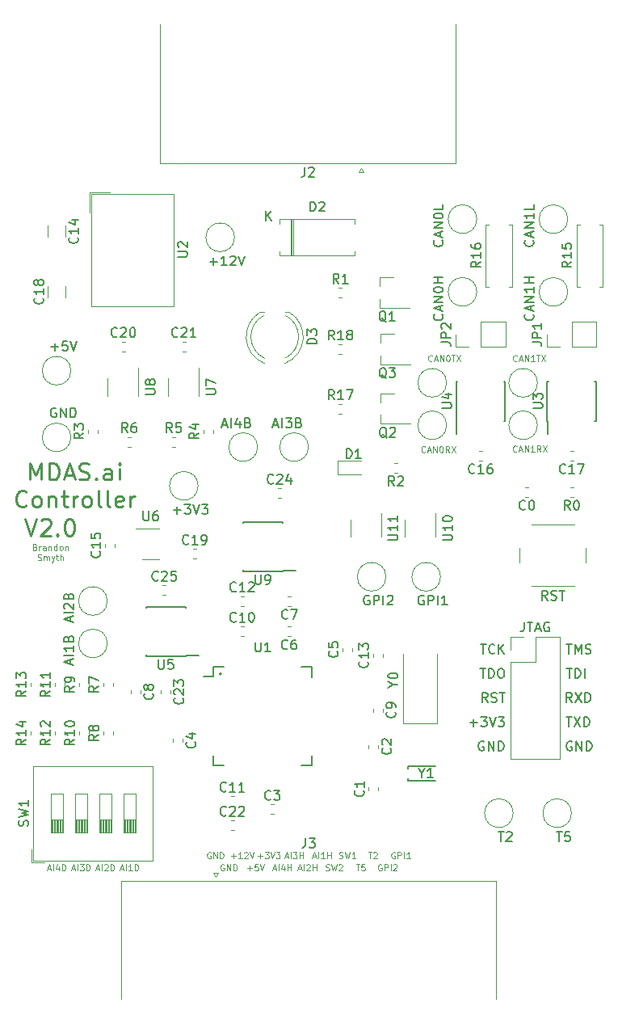
<source format=gbr>
G04 #@! TF.GenerationSoftware,KiCad,Pcbnew,(5.0.0)*
G04 #@! TF.CreationDate,2018-09-05T15:10:51-04:00*
G04 #@! TF.ProjectId,MDAS_Controller_V2,4D4441535F436F6E74726F6C6C65725F,rev?*
G04 #@! TF.SameCoordinates,Original*
G04 #@! TF.FileFunction,Legend,Top*
G04 #@! TF.FilePolarity,Positive*
%FSLAX46Y46*%
G04 Gerber Fmt 4.6, Leading zero omitted, Abs format (unit mm)*
G04 Created by KiCad (PCBNEW (5.0.0)) date 09/05/18 15:10:51*
%MOMM*%
%LPD*%
G01*
G04 APERTURE LIST*
%ADD10C,0.100000*%
%ADD11C,0.250000*%
%ADD12C,0.200000*%
%ADD13C,0.150000*%
%ADD14C,0.120000*%
G04 APERTURE END LIST*
D10*
X119660000Y-88951071D02*
X119752857Y-88982023D01*
X119783809Y-89012976D01*
X119814761Y-89074880D01*
X119814761Y-89167738D01*
X119783809Y-89229642D01*
X119752857Y-89260595D01*
X119690952Y-89291547D01*
X119443333Y-89291547D01*
X119443333Y-88641547D01*
X119660000Y-88641547D01*
X119721904Y-88672500D01*
X119752857Y-88703452D01*
X119783809Y-88765357D01*
X119783809Y-88827261D01*
X119752857Y-88889166D01*
X119721904Y-88920119D01*
X119660000Y-88951071D01*
X119443333Y-88951071D01*
X120093333Y-89291547D02*
X120093333Y-88858214D01*
X120093333Y-88982023D02*
X120124285Y-88920119D01*
X120155238Y-88889166D01*
X120217142Y-88858214D01*
X120279047Y-88858214D01*
X120774285Y-89291547D02*
X120774285Y-88951071D01*
X120743333Y-88889166D01*
X120681428Y-88858214D01*
X120557619Y-88858214D01*
X120495714Y-88889166D01*
X120774285Y-89260595D02*
X120712380Y-89291547D01*
X120557619Y-89291547D01*
X120495714Y-89260595D01*
X120464761Y-89198690D01*
X120464761Y-89136785D01*
X120495714Y-89074880D01*
X120557619Y-89043928D01*
X120712380Y-89043928D01*
X120774285Y-89012976D01*
X121083809Y-88858214D02*
X121083809Y-89291547D01*
X121083809Y-88920119D02*
X121114761Y-88889166D01*
X121176666Y-88858214D01*
X121269523Y-88858214D01*
X121331428Y-88889166D01*
X121362380Y-88951071D01*
X121362380Y-89291547D01*
X121950476Y-89291547D02*
X121950476Y-88641547D01*
X121950476Y-89260595D02*
X121888571Y-89291547D01*
X121764761Y-89291547D01*
X121702857Y-89260595D01*
X121671904Y-89229642D01*
X121640952Y-89167738D01*
X121640952Y-88982023D01*
X121671904Y-88920119D01*
X121702857Y-88889166D01*
X121764761Y-88858214D01*
X121888571Y-88858214D01*
X121950476Y-88889166D01*
X122352857Y-89291547D02*
X122290952Y-89260595D01*
X122260000Y-89229642D01*
X122229047Y-89167738D01*
X122229047Y-88982023D01*
X122260000Y-88920119D01*
X122290952Y-88889166D01*
X122352857Y-88858214D01*
X122445714Y-88858214D01*
X122507619Y-88889166D01*
X122538571Y-88920119D01*
X122569523Y-88982023D01*
X122569523Y-89167738D01*
X122538571Y-89229642D01*
X122507619Y-89260595D01*
X122445714Y-89291547D01*
X122352857Y-89291547D01*
X122848095Y-88858214D02*
X122848095Y-89291547D01*
X122848095Y-88920119D02*
X122879047Y-88889166D01*
X122940952Y-88858214D01*
X123033809Y-88858214D01*
X123095714Y-88889166D01*
X123126666Y-88951071D01*
X123126666Y-89291547D01*
X119938571Y-90335595D02*
X120031428Y-90366547D01*
X120186190Y-90366547D01*
X120248095Y-90335595D01*
X120279047Y-90304642D01*
X120310000Y-90242738D01*
X120310000Y-90180833D01*
X120279047Y-90118928D01*
X120248095Y-90087976D01*
X120186190Y-90057023D01*
X120062380Y-90026071D01*
X120000476Y-89995119D01*
X119969523Y-89964166D01*
X119938571Y-89902261D01*
X119938571Y-89840357D01*
X119969523Y-89778452D01*
X120000476Y-89747500D01*
X120062380Y-89716547D01*
X120217142Y-89716547D01*
X120310000Y-89747500D01*
X120588571Y-90366547D02*
X120588571Y-89933214D01*
X120588571Y-89995119D02*
X120619523Y-89964166D01*
X120681428Y-89933214D01*
X120774285Y-89933214D01*
X120836190Y-89964166D01*
X120867142Y-90026071D01*
X120867142Y-90366547D01*
X120867142Y-90026071D02*
X120898095Y-89964166D01*
X120960000Y-89933214D01*
X121052857Y-89933214D01*
X121114761Y-89964166D01*
X121145714Y-90026071D01*
X121145714Y-90366547D01*
X121393333Y-89933214D02*
X121548095Y-90366547D01*
X121702857Y-89933214D02*
X121548095Y-90366547D01*
X121486190Y-90521309D01*
X121455238Y-90552261D01*
X121393333Y-90583214D01*
X121857619Y-89933214D02*
X122105238Y-89933214D01*
X121950476Y-89716547D02*
X121950476Y-90273690D01*
X121981428Y-90335595D01*
X122043333Y-90366547D01*
X122105238Y-90366547D01*
X122321904Y-90366547D02*
X122321904Y-89716547D01*
X122600476Y-90366547D02*
X122600476Y-90026071D01*
X122569523Y-89964166D01*
X122507619Y-89933214D01*
X122414761Y-89933214D01*
X122352857Y-89964166D01*
X122321904Y-89995119D01*
D11*
X118618333Y-86036666D02*
X119201666Y-87786666D01*
X119785000Y-86036666D01*
X120285000Y-86203333D02*
X120368333Y-86120000D01*
X120535000Y-86036666D01*
X120951666Y-86036666D01*
X121118333Y-86120000D01*
X121201666Y-86203333D01*
X121285000Y-86370000D01*
X121285000Y-86536666D01*
X121201666Y-86786666D01*
X120201666Y-87786666D01*
X121285000Y-87786666D01*
X122035000Y-87620000D02*
X122118333Y-87703333D01*
X122035000Y-87786666D01*
X121951666Y-87703333D01*
X122035000Y-87620000D01*
X122035000Y-87786666D01*
X123201666Y-86036666D02*
X123368333Y-86036666D01*
X123535000Y-86120000D01*
X123618333Y-86203333D01*
X123701666Y-86370000D01*
X123785000Y-86703333D01*
X123785000Y-87120000D01*
X123701666Y-87453333D01*
X123618333Y-87620000D01*
X123535000Y-87703333D01*
X123368333Y-87786666D01*
X123201666Y-87786666D01*
X123035000Y-87703333D01*
X122951666Y-87620000D01*
X122868333Y-87453333D01*
X122785000Y-87120000D01*
X122785000Y-86703333D01*
X122868333Y-86370000D01*
X122951666Y-86203333D01*
X123035000Y-86120000D01*
X123201666Y-86036666D01*
X119158333Y-81904166D02*
X119158333Y-80154166D01*
X119741666Y-81404166D01*
X120325000Y-80154166D01*
X120325000Y-81904166D01*
X121158333Y-81904166D02*
X121158333Y-80154166D01*
X121575000Y-80154166D01*
X121825000Y-80237500D01*
X121991666Y-80404166D01*
X122075000Y-80570833D01*
X122158333Y-80904166D01*
X122158333Y-81154166D01*
X122075000Y-81487500D01*
X121991666Y-81654166D01*
X121825000Y-81820833D01*
X121575000Y-81904166D01*
X121158333Y-81904166D01*
X122825000Y-81404166D02*
X123658333Y-81404166D01*
X122658333Y-81904166D02*
X123241666Y-80154166D01*
X123825000Y-81904166D01*
X124325000Y-81820833D02*
X124575000Y-81904166D01*
X124991666Y-81904166D01*
X125158333Y-81820833D01*
X125241666Y-81737500D01*
X125325000Y-81570833D01*
X125325000Y-81404166D01*
X125241666Y-81237500D01*
X125158333Y-81154166D01*
X124991666Y-81070833D01*
X124658333Y-80987500D01*
X124491666Y-80904166D01*
X124408333Y-80820833D01*
X124325000Y-80654166D01*
X124325000Y-80487500D01*
X124408333Y-80320833D01*
X124491666Y-80237500D01*
X124658333Y-80154166D01*
X125075000Y-80154166D01*
X125325000Y-80237500D01*
X126075000Y-81737500D02*
X126158333Y-81820833D01*
X126075000Y-81904166D01*
X125991666Y-81820833D01*
X126075000Y-81737500D01*
X126075000Y-81904166D01*
X127658333Y-81904166D02*
X127658333Y-80987500D01*
X127575000Y-80820833D01*
X127408333Y-80737500D01*
X127075000Y-80737500D01*
X126908333Y-80820833D01*
X127658333Y-81820833D02*
X127491666Y-81904166D01*
X127075000Y-81904166D01*
X126908333Y-81820833D01*
X126825000Y-81654166D01*
X126825000Y-81487500D01*
X126908333Y-81320833D01*
X127075000Y-81237500D01*
X127491666Y-81237500D01*
X127658333Y-81154166D01*
X128491666Y-81904166D02*
X128491666Y-80737500D01*
X128491666Y-80154166D02*
X128408333Y-80237500D01*
X128491666Y-80320833D01*
X128575000Y-80237500D01*
X128491666Y-80154166D01*
X128491666Y-80320833D01*
X118741666Y-84612500D02*
X118658333Y-84695833D01*
X118408333Y-84779166D01*
X118241666Y-84779166D01*
X117991666Y-84695833D01*
X117825000Y-84529166D01*
X117741666Y-84362500D01*
X117658333Y-84029166D01*
X117658333Y-83779166D01*
X117741666Y-83445833D01*
X117825000Y-83279166D01*
X117991666Y-83112500D01*
X118241666Y-83029166D01*
X118408333Y-83029166D01*
X118658333Y-83112500D01*
X118741666Y-83195833D01*
X119741666Y-84779166D02*
X119575000Y-84695833D01*
X119491666Y-84612500D01*
X119408333Y-84445833D01*
X119408333Y-83945833D01*
X119491666Y-83779166D01*
X119575000Y-83695833D01*
X119741666Y-83612500D01*
X119991666Y-83612500D01*
X120158333Y-83695833D01*
X120241666Y-83779166D01*
X120325000Y-83945833D01*
X120325000Y-84445833D01*
X120241666Y-84612500D01*
X120158333Y-84695833D01*
X119991666Y-84779166D01*
X119741666Y-84779166D01*
X121075000Y-83612500D02*
X121075000Y-84779166D01*
X121075000Y-83779166D02*
X121158333Y-83695833D01*
X121325000Y-83612500D01*
X121575000Y-83612500D01*
X121741666Y-83695833D01*
X121825000Y-83862500D01*
X121825000Y-84779166D01*
X122408333Y-83612500D02*
X123075000Y-83612500D01*
X122658333Y-83029166D02*
X122658333Y-84529166D01*
X122741666Y-84695833D01*
X122908333Y-84779166D01*
X123075000Y-84779166D01*
X123658333Y-84779166D02*
X123658333Y-83612500D01*
X123658333Y-83945833D02*
X123741666Y-83779166D01*
X123825000Y-83695833D01*
X123991666Y-83612500D01*
X124158333Y-83612500D01*
X124991666Y-84779166D02*
X124825000Y-84695833D01*
X124741666Y-84612500D01*
X124658333Y-84445833D01*
X124658333Y-83945833D01*
X124741666Y-83779166D01*
X124825000Y-83695833D01*
X124991666Y-83612500D01*
X125241666Y-83612500D01*
X125408333Y-83695833D01*
X125491666Y-83779166D01*
X125575000Y-83945833D01*
X125575000Y-84445833D01*
X125491666Y-84612500D01*
X125408333Y-84695833D01*
X125241666Y-84779166D01*
X124991666Y-84779166D01*
X126575000Y-84779166D02*
X126408333Y-84695833D01*
X126325000Y-84529166D01*
X126325000Y-83029166D01*
X127491666Y-84779166D02*
X127325000Y-84695833D01*
X127241666Y-84529166D01*
X127241666Y-83029166D01*
X128825000Y-84695833D02*
X128658333Y-84779166D01*
X128325000Y-84779166D01*
X128158333Y-84695833D01*
X128075000Y-84529166D01*
X128075000Y-83862500D01*
X128158333Y-83695833D01*
X128325000Y-83612500D01*
X128658333Y-83612500D01*
X128825000Y-83695833D01*
X128908333Y-83862500D01*
X128908333Y-84029166D01*
X128075000Y-84195833D01*
X129658333Y-84779166D02*
X129658333Y-83612500D01*
X129658333Y-83945833D02*
X129741666Y-83779166D01*
X129825000Y-83695833D01*
X129991666Y-83612500D01*
X130158333Y-83612500D01*
D10*
X128595952Y-122663333D02*
X128905476Y-122663333D01*
X128534047Y-122849047D02*
X128750714Y-122199047D01*
X128967380Y-122849047D01*
X129184047Y-122849047D02*
X129184047Y-122199047D01*
X129834047Y-122849047D02*
X129462619Y-122849047D01*
X129648333Y-122849047D02*
X129648333Y-122199047D01*
X129586428Y-122291904D01*
X129524523Y-122353809D01*
X129462619Y-122384761D01*
X130112619Y-122849047D02*
X130112619Y-122199047D01*
X130267380Y-122199047D01*
X130360238Y-122230000D01*
X130422142Y-122291904D01*
X130453095Y-122353809D01*
X130484047Y-122477619D01*
X130484047Y-122570476D01*
X130453095Y-122694285D01*
X130422142Y-122756190D01*
X130360238Y-122818095D01*
X130267380Y-122849047D01*
X130112619Y-122849047D01*
X126055952Y-122663333D02*
X126365476Y-122663333D01*
X125994047Y-122849047D02*
X126210714Y-122199047D01*
X126427380Y-122849047D01*
X126644047Y-122849047D02*
X126644047Y-122199047D01*
X126922619Y-122260952D02*
X126953571Y-122230000D01*
X127015476Y-122199047D01*
X127170238Y-122199047D01*
X127232142Y-122230000D01*
X127263095Y-122260952D01*
X127294047Y-122322857D01*
X127294047Y-122384761D01*
X127263095Y-122477619D01*
X126891666Y-122849047D01*
X127294047Y-122849047D01*
X127572619Y-122849047D02*
X127572619Y-122199047D01*
X127727380Y-122199047D01*
X127820238Y-122230000D01*
X127882142Y-122291904D01*
X127913095Y-122353809D01*
X127944047Y-122477619D01*
X127944047Y-122570476D01*
X127913095Y-122694285D01*
X127882142Y-122756190D01*
X127820238Y-122818095D01*
X127727380Y-122849047D01*
X127572619Y-122849047D01*
X123515952Y-122663333D02*
X123825476Y-122663333D01*
X123454047Y-122849047D02*
X123670714Y-122199047D01*
X123887380Y-122849047D01*
X124104047Y-122849047D02*
X124104047Y-122199047D01*
X124351666Y-122199047D02*
X124754047Y-122199047D01*
X124537380Y-122446666D01*
X124630238Y-122446666D01*
X124692142Y-122477619D01*
X124723095Y-122508571D01*
X124754047Y-122570476D01*
X124754047Y-122725238D01*
X124723095Y-122787142D01*
X124692142Y-122818095D01*
X124630238Y-122849047D01*
X124444523Y-122849047D01*
X124382619Y-122818095D01*
X124351666Y-122787142D01*
X125032619Y-122849047D02*
X125032619Y-122199047D01*
X125187380Y-122199047D01*
X125280238Y-122230000D01*
X125342142Y-122291904D01*
X125373095Y-122353809D01*
X125404047Y-122477619D01*
X125404047Y-122570476D01*
X125373095Y-122694285D01*
X125342142Y-122756190D01*
X125280238Y-122818095D01*
X125187380Y-122849047D01*
X125032619Y-122849047D01*
X120975952Y-122663333D02*
X121285476Y-122663333D01*
X120914047Y-122849047D02*
X121130714Y-122199047D01*
X121347380Y-122849047D01*
X121564047Y-122849047D02*
X121564047Y-122199047D01*
X122152142Y-122415714D02*
X122152142Y-122849047D01*
X121997380Y-122168095D02*
X121842619Y-122632380D01*
X122245000Y-122632380D01*
X122492619Y-122849047D02*
X122492619Y-122199047D01*
X122647380Y-122199047D01*
X122740238Y-122230000D01*
X122802142Y-122291904D01*
X122833095Y-122353809D01*
X122864047Y-122477619D01*
X122864047Y-122570476D01*
X122833095Y-122694285D01*
X122802142Y-122756190D01*
X122740238Y-122818095D01*
X122647380Y-122849047D01*
X122492619Y-122849047D01*
D12*
X139162352Y-102235000D02*
G75*
G03X139162352Y-102235000I-97352J0D01*
G01*
D13*
X175349066Y-99147380D02*
X175920495Y-99147380D01*
X175634780Y-100147380D02*
X175634780Y-99147380D01*
X176253828Y-100147380D02*
X176253828Y-99147380D01*
X176587161Y-99861666D01*
X176920495Y-99147380D01*
X176920495Y-100147380D01*
X177349066Y-100099761D02*
X177491923Y-100147380D01*
X177730019Y-100147380D01*
X177825257Y-100099761D01*
X177872876Y-100052142D01*
X177920495Y-99956904D01*
X177920495Y-99861666D01*
X177872876Y-99766428D01*
X177825257Y-99718809D01*
X177730019Y-99671190D01*
X177539542Y-99623571D01*
X177444304Y-99575952D01*
X177396685Y-99528333D01*
X177349066Y-99433095D01*
X177349066Y-99337857D01*
X177396685Y-99242619D01*
X177444304Y-99195000D01*
X177539542Y-99147380D01*
X177777638Y-99147380D01*
X177920495Y-99195000D01*
X175353790Y-101687380D02*
X175925219Y-101687380D01*
X175639504Y-102687380D02*
X175639504Y-101687380D01*
X176258552Y-102687380D02*
X176258552Y-101687380D01*
X176496647Y-101687380D01*
X176639504Y-101735000D01*
X176734742Y-101830238D01*
X176782361Y-101925476D01*
X176829980Y-102115952D01*
X176829980Y-102258809D01*
X176782361Y-102449285D01*
X176734742Y-102544523D01*
X176639504Y-102639761D01*
X176496647Y-102687380D01*
X176258552Y-102687380D01*
X177258552Y-102687380D02*
X177258552Y-101687380D01*
X167092380Y-105227380D02*
X166759047Y-104751190D01*
X166520952Y-105227380D02*
X166520952Y-104227380D01*
X166901904Y-104227380D01*
X166997142Y-104275000D01*
X167044761Y-104322619D01*
X167092380Y-104417857D01*
X167092380Y-104560714D01*
X167044761Y-104655952D01*
X166997142Y-104703571D01*
X166901904Y-104751190D01*
X166520952Y-104751190D01*
X167473333Y-105179761D02*
X167616190Y-105227380D01*
X167854285Y-105227380D01*
X167949523Y-105179761D01*
X167997142Y-105132142D01*
X168044761Y-105036904D01*
X168044761Y-104941666D01*
X167997142Y-104846428D01*
X167949523Y-104798809D01*
X167854285Y-104751190D01*
X167663809Y-104703571D01*
X167568571Y-104655952D01*
X167520952Y-104608333D01*
X167473333Y-104513095D01*
X167473333Y-104417857D01*
X167520952Y-104322619D01*
X167568571Y-104275000D01*
X167663809Y-104227380D01*
X167901904Y-104227380D01*
X168044761Y-104275000D01*
X168330476Y-104227380D02*
X168901904Y-104227380D01*
X168616190Y-105227380D02*
X168616190Y-104227380D01*
X175939533Y-105227380D02*
X175606200Y-104751190D01*
X175368104Y-105227380D02*
X175368104Y-104227380D01*
X175749057Y-104227380D01*
X175844295Y-104275000D01*
X175891914Y-104322619D01*
X175939533Y-104417857D01*
X175939533Y-104560714D01*
X175891914Y-104655952D01*
X175844295Y-104703571D01*
X175749057Y-104751190D01*
X175368104Y-104751190D01*
X176272866Y-104227380D02*
X176939533Y-105227380D01*
X176939533Y-104227380D02*
X176272866Y-105227380D01*
X177320485Y-105227380D02*
X177320485Y-104227380D01*
X177558580Y-104227380D01*
X177701438Y-104275000D01*
X177796676Y-104370238D01*
X177844295Y-104465476D01*
X177891914Y-104655952D01*
X177891914Y-104798809D01*
X177844295Y-104989285D01*
X177796676Y-105084523D01*
X177701438Y-105179761D01*
X177558580Y-105227380D01*
X177320485Y-105227380D01*
X175920495Y-109355000D02*
X175825257Y-109307380D01*
X175682400Y-109307380D01*
X175539542Y-109355000D01*
X175444304Y-109450238D01*
X175396685Y-109545476D01*
X175349066Y-109735952D01*
X175349066Y-109878809D01*
X175396685Y-110069285D01*
X175444304Y-110164523D01*
X175539542Y-110259761D01*
X175682400Y-110307380D01*
X175777638Y-110307380D01*
X175920495Y-110259761D01*
X175968114Y-110212142D01*
X175968114Y-109878809D01*
X175777638Y-109878809D01*
X176396685Y-110307380D02*
X176396685Y-109307380D01*
X176968114Y-110307380D01*
X176968114Y-109307380D01*
X177444304Y-110307380D02*
X177444304Y-109307380D01*
X177682400Y-109307380D01*
X177825257Y-109355000D01*
X177920495Y-109450238D01*
X177968114Y-109545476D01*
X178015733Y-109735952D01*
X178015733Y-109878809D01*
X177968114Y-110069285D01*
X177920495Y-110164523D01*
X177825257Y-110259761D01*
X177682400Y-110307380D01*
X177444304Y-110307380D01*
X166700295Y-109355000D02*
X166605057Y-109307380D01*
X166462200Y-109307380D01*
X166319342Y-109355000D01*
X166224104Y-109450238D01*
X166176485Y-109545476D01*
X166128866Y-109735952D01*
X166128866Y-109878809D01*
X166176485Y-110069285D01*
X166224104Y-110164523D01*
X166319342Y-110259761D01*
X166462200Y-110307380D01*
X166557438Y-110307380D01*
X166700295Y-110259761D01*
X166747914Y-110212142D01*
X166747914Y-109878809D01*
X166557438Y-109878809D01*
X167176485Y-110307380D02*
X167176485Y-109307380D01*
X167747914Y-110307380D01*
X167747914Y-109307380D01*
X168224104Y-110307380D02*
X168224104Y-109307380D01*
X168462200Y-109307380D01*
X168605057Y-109355000D01*
X168700295Y-109450238D01*
X168747914Y-109545476D01*
X168795533Y-109735952D01*
X168795533Y-109878809D01*
X168747914Y-110069285D01*
X168700295Y-110164523D01*
X168605057Y-110259761D01*
X168462200Y-110307380D01*
X168224104Y-110307380D01*
X175344295Y-106767380D02*
X175915723Y-106767380D01*
X175630009Y-107767380D02*
X175630009Y-106767380D01*
X176153819Y-106767380D02*
X176820485Y-107767380D01*
X176820485Y-106767380D02*
X176153819Y-107767380D01*
X177201438Y-107767380D02*
X177201438Y-106767380D01*
X177439533Y-106767380D01*
X177582390Y-106815000D01*
X177677628Y-106910238D01*
X177725247Y-107005476D01*
X177772866Y-107195952D01*
X177772866Y-107338809D01*
X177725247Y-107529285D01*
X177677628Y-107624523D01*
X177582390Y-107719761D01*
X177439533Y-107767380D01*
X177201438Y-107767380D01*
X165243095Y-107386428D02*
X166005000Y-107386428D01*
X165624047Y-107767380D02*
X165624047Y-107005476D01*
X166385952Y-106767380D02*
X167005000Y-106767380D01*
X166671666Y-107148333D01*
X166814523Y-107148333D01*
X166909761Y-107195952D01*
X166957380Y-107243571D01*
X167005000Y-107338809D01*
X167005000Y-107576904D01*
X166957380Y-107672142D01*
X166909761Y-107719761D01*
X166814523Y-107767380D01*
X166528809Y-107767380D01*
X166433571Y-107719761D01*
X166385952Y-107672142D01*
X167290714Y-106767380D02*
X167624047Y-107767380D01*
X167957380Y-106767380D01*
X168195476Y-106767380D02*
X168814523Y-106767380D01*
X168481190Y-107148333D01*
X168624047Y-107148333D01*
X168719285Y-107195952D01*
X168766904Y-107243571D01*
X168814523Y-107338809D01*
X168814523Y-107576904D01*
X168766904Y-107672142D01*
X168719285Y-107719761D01*
X168624047Y-107767380D01*
X168338333Y-107767380D01*
X168243095Y-107719761D01*
X168195476Y-107672142D01*
X166305076Y-101687380D02*
X166876504Y-101687380D01*
X166590790Y-102687380D02*
X166590790Y-101687380D01*
X167209838Y-102687380D02*
X167209838Y-101687380D01*
X167447933Y-101687380D01*
X167590790Y-101735000D01*
X167686028Y-101830238D01*
X167733647Y-101925476D01*
X167781266Y-102115952D01*
X167781266Y-102258809D01*
X167733647Y-102449285D01*
X167686028Y-102544523D01*
X167590790Y-102639761D01*
X167447933Y-102687380D01*
X167209838Y-102687380D01*
X168400314Y-101687380D02*
X168590790Y-101687380D01*
X168686028Y-101735000D01*
X168781266Y-101830238D01*
X168828885Y-102020714D01*
X168828885Y-102354047D01*
X168781266Y-102544523D01*
X168686028Y-102639761D01*
X168590790Y-102687380D01*
X168400314Y-102687380D01*
X168305076Y-102639761D01*
X168209838Y-102544523D01*
X168162219Y-102354047D01*
X168162219Y-102020714D01*
X168209838Y-101830238D01*
X168305076Y-101735000D01*
X168400314Y-101687380D01*
X166354285Y-99147380D02*
X166925714Y-99147380D01*
X166640000Y-100147380D02*
X166640000Y-99147380D01*
X167830476Y-100052142D02*
X167782857Y-100099761D01*
X167640000Y-100147380D01*
X167544761Y-100147380D01*
X167401904Y-100099761D01*
X167306666Y-100004523D01*
X167259047Y-99909285D01*
X167211428Y-99718809D01*
X167211428Y-99575952D01*
X167259047Y-99385476D01*
X167306666Y-99290238D01*
X167401904Y-99195000D01*
X167544761Y-99147380D01*
X167640000Y-99147380D01*
X167782857Y-99195000D01*
X167830476Y-99242619D01*
X168259047Y-100147380D02*
X168259047Y-99147380D01*
X168830476Y-100147380D02*
X168401904Y-99575952D01*
X168830476Y-99147380D02*
X168259047Y-99718809D01*
D10*
X157368952Y-120960000D02*
X157307047Y-120929047D01*
X157214190Y-120929047D01*
X157121333Y-120960000D01*
X157059428Y-121021904D01*
X157028476Y-121083809D01*
X156997523Y-121207619D01*
X156997523Y-121300476D01*
X157028476Y-121424285D01*
X157059428Y-121486190D01*
X157121333Y-121548095D01*
X157214190Y-121579047D01*
X157276095Y-121579047D01*
X157368952Y-121548095D01*
X157399904Y-121517142D01*
X157399904Y-121300476D01*
X157276095Y-121300476D01*
X157678476Y-121579047D02*
X157678476Y-120929047D01*
X157926095Y-120929047D01*
X157988000Y-120960000D01*
X158018952Y-120990952D01*
X158049904Y-121052857D01*
X158049904Y-121145714D01*
X158018952Y-121207619D01*
X157988000Y-121238571D01*
X157926095Y-121269523D01*
X157678476Y-121269523D01*
X158328476Y-121579047D02*
X158328476Y-120929047D01*
X158978476Y-121579047D02*
X158607047Y-121579047D01*
X158792761Y-121579047D02*
X158792761Y-120929047D01*
X158730857Y-121021904D01*
X158668952Y-121083809D01*
X158607047Y-121114761D01*
X155971952Y-122230000D02*
X155910047Y-122199047D01*
X155817190Y-122199047D01*
X155724333Y-122230000D01*
X155662428Y-122291904D01*
X155631476Y-122353809D01*
X155600523Y-122477619D01*
X155600523Y-122570476D01*
X155631476Y-122694285D01*
X155662428Y-122756190D01*
X155724333Y-122818095D01*
X155817190Y-122849047D01*
X155879095Y-122849047D01*
X155971952Y-122818095D01*
X156002904Y-122787142D01*
X156002904Y-122570476D01*
X155879095Y-122570476D01*
X156281476Y-122849047D02*
X156281476Y-122199047D01*
X156529095Y-122199047D01*
X156591000Y-122230000D01*
X156621952Y-122260952D01*
X156652904Y-122322857D01*
X156652904Y-122415714D01*
X156621952Y-122477619D01*
X156591000Y-122508571D01*
X156529095Y-122539523D01*
X156281476Y-122539523D01*
X156931476Y-122849047D02*
X156931476Y-122199047D01*
X157210047Y-122260952D02*
X157241000Y-122230000D01*
X157302904Y-122199047D01*
X157457666Y-122199047D01*
X157519571Y-122230000D01*
X157550523Y-122260952D01*
X157581476Y-122322857D01*
X157581476Y-122384761D01*
X157550523Y-122477619D01*
X157179095Y-122849047D01*
X157581476Y-122849047D01*
X154571761Y-120929047D02*
X154943190Y-120929047D01*
X154757476Y-121579047D02*
X154757476Y-120929047D01*
X155128904Y-120990952D02*
X155159857Y-120960000D01*
X155221761Y-120929047D01*
X155376523Y-120929047D01*
X155438428Y-120960000D01*
X155469380Y-120990952D01*
X155500333Y-121052857D01*
X155500333Y-121114761D01*
X155469380Y-121207619D01*
X155097952Y-121579047D01*
X155500333Y-121579047D01*
X153301761Y-122199047D02*
X153673190Y-122199047D01*
X153487476Y-122849047D02*
X153487476Y-122199047D01*
X154199380Y-122199047D02*
X153889857Y-122199047D01*
X153858904Y-122508571D01*
X153889857Y-122477619D01*
X153951761Y-122446666D01*
X154106523Y-122446666D01*
X154168428Y-122477619D01*
X154199380Y-122508571D01*
X154230333Y-122570476D01*
X154230333Y-122725238D01*
X154199380Y-122787142D01*
X154168428Y-122818095D01*
X154106523Y-122849047D01*
X153951761Y-122849047D01*
X153889857Y-122818095D01*
X153858904Y-122787142D01*
X151533333Y-121548095D02*
X151626190Y-121579047D01*
X151780952Y-121579047D01*
X151842857Y-121548095D01*
X151873809Y-121517142D01*
X151904761Y-121455238D01*
X151904761Y-121393333D01*
X151873809Y-121331428D01*
X151842857Y-121300476D01*
X151780952Y-121269523D01*
X151657142Y-121238571D01*
X151595238Y-121207619D01*
X151564285Y-121176666D01*
X151533333Y-121114761D01*
X151533333Y-121052857D01*
X151564285Y-120990952D01*
X151595238Y-120960000D01*
X151657142Y-120929047D01*
X151811904Y-120929047D01*
X151904761Y-120960000D01*
X152121428Y-120929047D02*
X152276190Y-121579047D01*
X152400000Y-121114761D01*
X152523809Y-121579047D01*
X152678571Y-120929047D01*
X153266666Y-121579047D02*
X152895238Y-121579047D01*
X153080952Y-121579047D02*
X153080952Y-120929047D01*
X153019047Y-121021904D01*
X152957142Y-121083809D01*
X152895238Y-121114761D01*
X150136333Y-122818095D02*
X150229190Y-122849047D01*
X150383952Y-122849047D01*
X150445857Y-122818095D01*
X150476809Y-122787142D01*
X150507761Y-122725238D01*
X150507761Y-122663333D01*
X150476809Y-122601428D01*
X150445857Y-122570476D01*
X150383952Y-122539523D01*
X150260142Y-122508571D01*
X150198238Y-122477619D01*
X150167285Y-122446666D01*
X150136333Y-122384761D01*
X150136333Y-122322857D01*
X150167285Y-122260952D01*
X150198238Y-122230000D01*
X150260142Y-122199047D01*
X150414904Y-122199047D01*
X150507761Y-122230000D01*
X150724428Y-122199047D02*
X150879190Y-122849047D01*
X151003000Y-122384761D01*
X151126809Y-122849047D01*
X151281571Y-122199047D01*
X151498238Y-122260952D02*
X151529190Y-122230000D01*
X151591095Y-122199047D01*
X151745857Y-122199047D01*
X151807761Y-122230000D01*
X151838714Y-122260952D01*
X151869666Y-122322857D01*
X151869666Y-122384761D01*
X151838714Y-122477619D01*
X151467285Y-122849047D01*
X151869666Y-122849047D01*
X148773476Y-121393333D02*
X149083000Y-121393333D01*
X148711571Y-121579047D02*
X148928238Y-120929047D01*
X149144904Y-121579047D01*
X149361571Y-121579047D02*
X149361571Y-120929047D01*
X150011571Y-121579047D02*
X149640142Y-121579047D01*
X149825857Y-121579047D02*
X149825857Y-120929047D01*
X149763952Y-121021904D01*
X149702047Y-121083809D01*
X149640142Y-121114761D01*
X150290142Y-121579047D02*
X150290142Y-120929047D01*
X150290142Y-121238571D02*
X150661571Y-121238571D01*
X150661571Y-121579047D02*
X150661571Y-120929047D01*
X147249476Y-122663333D02*
X147559000Y-122663333D01*
X147187571Y-122849047D02*
X147404238Y-122199047D01*
X147620904Y-122849047D01*
X147837571Y-122849047D02*
X147837571Y-122199047D01*
X148116142Y-122260952D02*
X148147095Y-122230000D01*
X148209000Y-122199047D01*
X148363761Y-122199047D01*
X148425666Y-122230000D01*
X148456619Y-122260952D01*
X148487571Y-122322857D01*
X148487571Y-122384761D01*
X148456619Y-122477619D01*
X148085190Y-122849047D01*
X148487571Y-122849047D01*
X148766142Y-122849047D02*
X148766142Y-122199047D01*
X148766142Y-122508571D02*
X149137571Y-122508571D01*
X149137571Y-122849047D02*
X149137571Y-122199047D01*
X145852476Y-121393333D02*
X146162000Y-121393333D01*
X145790571Y-121579047D02*
X146007238Y-120929047D01*
X146223904Y-121579047D01*
X146440571Y-121579047D02*
X146440571Y-120929047D01*
X146688190Y-120929047D02*
X147090571Y-120929047D01*
X146873904Y-121176666D01*
X146966761Y-121176666D01*
X147028666Y-121207619D01*
X147059619Y-121238571D01*
X147090571Y-121300476D01*
X147090571Y-121455238D01*
X147059619Y-121517142D01*
X147028666Y-121548095D01*
X146966761Y-121579047D01*
X146781047Y-121579047D01*
X146719142Y-121548095D01*
X146688190Y-121517142D01*
X147369142Y-121579047D02*
X147369142Y-120929047D01*
X147369142Y-121238571D02*
X147740571Y-121238571D01*
X147740571Y-121579047D02*
X147740571Y-120929047D01*
X144582476Y-122663333D02*
X144892000Y-122663333D01*
X144520571Y-122849047D02*
X144737238Y-122199047D01*
X144953904Y-122849047D01*
X145170571Y-122849047D02*
X145170571Y-122199047D01*
X145758666Y-122415714D02*
X145758666Y-122849047D01*
X145603904Y-122168095D02*
X145449142Y-122632380D01*
X145851523Y-122632380D01*
X146099142Y-122849047D02*
X146099142Y-122199047D01*
X146099142Y-122508571D02*
X146470571Y-122508571D01*
X146470571Y-122849047D02*
X146470571Y-122199047D01*
X142999761Y-121331428D02*
X143495000Y-121331428D01*
X143247380Y-121579047D02*
X143247380Y-121083809D01*
X143742619Y-120929047D02*
X144145000Y-120929047D01*
X143928333Y-121176666D01*
X144021190Y-121176666D01*
X144083095Y-121207619D01*
X144114047Y-121238571D01*
X144145000Y-121300476D01*
X144145000Y-121455238D01*
X144114047Y-121517142D01*
X144083095Y-121548095D01*
X144021190Y-121579047D01*
X143835476Y-121579047D01*
X143773571Y-121548095D01*
X143742619Y-121517142D01*
X144330714Y-120929047D02*
X144547380Y-121579047D01*
X144764047Y-120929047D01*
X144918809Y-120929047D02*
X145321190Y-120929047D01*
X145104523Y-121176666D01*
X145197380Y-121176666D01*
X145259285Y-121207619D01*
X145290238Y-121238571D01*
X145321190Y-121300476D01*
X145321190Y-121455238D01*
X145290238Y-121517142D01*
X145259285Y-121548095D01*
X145197380Y-121579047D01*
X145011666Y-121579047D01*
X144949761Y-121548095D01*
X144918809Y-121517142D01*
X141912285Y-122601428D02*
X142407523Y-122601428D01*
X142159904Y-122849047D02*
X142159904Y-122353809D01*
X143026571Y-122199047D02*
X142717047Y-122199047D01*
X142686095Y-122508571D01*
X142717047Y-122477619D01*
X142778952Y-122446666D01*
X142933714Y-122446666D01*
X142995619Y-122477619D01*
X143026571Y-122508571D01*
X143057523Y-122570476D01*
X143057523Y-122725238D01*
X143026571Y-122787142D01*
X142995619Y-122818095D01*
X142933714Y-122849047D01*
X142778952Y-122849047D01*
X142717047Y-122818095D01*
X142686095Y-122787142D01*
X143243238Y-122199047D02*
X143459904Y-122849047D01*
X143676571Y-122199047D01*
X140205761Y-121331428D02*
X140701000Y-121331428D01*
X140453380Y-121579047D02*
X140453380Y-121083809D01*
X141351000Y-121579047D02*
X140979571Y-121579047D01*
X141165285Y-121579047D02*
X141165285Y-120929047D01*
X141103380Y-121021904D01*
X141041476Y-121083809D01*
X140979571Y-121114761D01*
X141598619Y-120990952D02*
X141629571Y-120960000D01*
X141691476Y-120929047D01*
X141846238Y-120929047D01*
X141908142Y-120960000D01*
X141939095Y-120990952D01*
X141970047Y-121052857D01*
X141970047Y-121114761D01*
X141939095Y-121207619D01*
X141567666Y-121579047D01*
X141970047Y-121579047D01*
X142155761Y-120929047D02*
X142372428Y-121579047D01*
X142589095Y-120929047D01*
X139458761Y-122230000D02*
X139396857Y-122199047D01*
X139304000Y-122199047D01*
X139211142Y-122230000D01*
X139149238Y-122291904D01*
X139118285Y-122353809D01*
X139087333Y-122477619D01*
X139087333Y-122570476D01*
X139118285Y-122694285D01*
X139149238Y-122756190D01*
X139211142Y-122818095D01*
X139304000Y-122849047D01*
X139365904Y-122849047D01*
X139458761Y-122818095D01*
X139489714Y-122787142D01*
X139489714Y-122570476D01*
X139365904Y-122570476D01*
X139768285Y-122849047D02*
X139768285Y-122199047D01*
X140139714Y-122849047D01*
X140139714Y-122199047D01*
X140449238Y-122849047D02*
X140449238Y-122199047D01*
X140604000Y-122199047D01*
X140696857Y-122230000D01*
X140758761Y-122291904D01*
X140789714Y-122353809D01*
X140820666Y-122477619D01*
X140820666Y-122570476D01*
X140789714Y-122694285D01*
X140758761Y-122756190D01*
X140696857Y-122818095D01*
X140604000Y-122849047D01*
X140449238Y-122849047D01*
X138061761Y-120960000D02*
X137999857Y-120929047D01*
X137907000Y-120929047D01*
X137814142Y-120960000D01*
X137752238Y-121021904D01*
X137721285Y-121083809D01*
X137690333Y-121207619D01*
X137690333Y-121300476D01*
X137721285Y-121424285D01*
X137752238Y-121486190D01*
X137814142Y-121548095D01*
X137907000Y-121579047D01*
X137968904Y-121579047D01*
X138061761Y-121548095D01*
X138092714Y-121517142D01*
X138092714Y-121300476D01*
X137968904Y-121300476D01*
X138371285Y-121579047D02*
X138371285Y-120929047D01*
X138742714Y-121579047D01*
X138742714Y-120929047D01*
X139052238Y-121579047D02*
X139052238Y-120929047D01*
X139207000Y-120929047D01*
X139299857Y-120960000D01*
X139361761Y-121021904D01*
X139392714Y-121083809D01*
X139423666Y-121207619D01*
X139423666Y-121300476D01*
X139392714Y-121424285D01*
X139361761Y-121486190D01*
X139299857Y-121548095D01*
X139207000Y-121579047D01*
X139052238Y-121579047D01*
D14*
G04 #@! TO.C,D2*
X146445000Y-54595000D02*
X146445000Y-58435000D01*
X146685000Y-54595000D02*
X146685000Y-58435000D01*
X146565000Y-54595000D02*
X146565000Y-58435000D01*
X153145000Y-58435000D02*
X153145000Y-57955000D01*
X145305000Y-58435000D02*
X153145000Y-58435000D01*
X145305000Y-57955000D02*
X145305000Y-58435000D01*
X153145000Y-54595000D02*
X153145000Y-55075000D01*
X145305000Y-54595000D02*
X153145000Y-54595000D01*
X145305000Y-55075000D02*
X145305000Y-54595000D01*
G04 #@! TO.C,J3*
X138633200Y-123510275D02*
X138383200Y-123077262D01*
X138883200Y-123077262D02*
X138633200Y-123510275D01*
X138383200Y-123077262D02*
X138883200Y-123077262D01*
X167988200Y-123971600D02*
X167988200Y-136311600D01*
X128668200Y-123971600D02*
X167988200Y-123971600D01*
X128668200Y-136311600D02*
X128668200Y-123971600D01*
G04 #@! TO.C,JTAG*
X169485000Y-98365000D02*
X170815000Y-98365000D01*
X169485000Y-99695000D02*
X169485000Y-98365000D01*
X172085000Y-98365000D02*
X174685000Y-98365000D01*
X172085000Y-100965000D02*
X172085000Y-98365000D01*
X169485000Y-100965000D02*
X172085000Y-100965000D01*
X174685000Y-98365000D02*
X174685000Y-111185000D01*
X169485000Y-100965000D02*
X169485000Y-111185000D01*
X169485000Y-111185000D02*
X174685000Y-111185000D01*
G04 #@! TO.C,AI4B*
X142978000Y-78486000D02*
G75*
G03X142978000Y-78486000I-1500000J0D01*
G01*
D13*
G04 #@! TO.C,Y1*
X161655000Y-111916227D02*
X158705000Y-111916227D01*
X158705000Y-111916227D02*
X158705000Y-112166227D01*
X158705000Y-113166227D02*
X158705000Y-113416227D01*
X158705000Y-113416227D02*
X161655000Y-113416227D01*
D14*
G04 #@! TO.C,R16*
X169645000Y-55150000D02*
X169315000Y-55150000D01*
X169645000Y-61690000D02*
X169645000Y-55150000D01*
X169315000Y-61690000D02*
X169645000Y-61690000D01*
X166905000Y-55150000D02*
X167235000Y-55150000D01*
X166905000Y-61690000D02*
X166905000Y-55150000D01*
X167235000Y-61690000D02*
X166905000Y-61690000D01*
G04 #@! TO.C,CAN0L*
X165965000Y-54610000D02*
G75*
G03X165965000Y-54610000I-1500000J0D01*
G01*
G04 #@! TO.C,CAN0H*
X165965000Y-62230000D02*
G75*
G03X165965000Y-62230000I-1500000J0D01*
G01*
G04 #@! TO.C,C0*
X171381267Y-82675000D02*
X171038733Y-82675000D01*
X171381267Y-83695000D02*
X171038733Y-83695000D01*
G04 #@! TO.C,C1*
X155640500Y-114471267D02*
X155640500Y-114128733D01*
X154620500Y-114471267D02*
X154620500Y-114128733D01*
G04 #@! TO.C,C2*
X154618367Y-109683733D02*
X154618367Y-110026267D01*
X155638367Y-109683733D02*
X155638367Y-110026267D01*
G04 #@! TO.C,C3*
X144354733Y-116943600D02*
X144697267Y-116943600D01*
X144354733Y-115923600D02*
X144697267Y-115923600D01*
G04 #@! TO.C,C4*
X134110000Y-109048733D02*
X134110000Y-109391267D01*
X135130000Y-109048733D02*
X135130000Y-109391267D01*
G04 #@! TO.C,C5*
X151890000Y-99866267D02*
X151890000Y-99523733D01*
X152910000Y-99866267D02*
X152910000Y-99523733D01*
G04 #@! TO.C,C6*
X146466267Y-97280000D02*
X146123733Y-97280000D01*
X146466267Y-98300000D02*
X146123733Y-98300000D01*
G04 #@! TO.C,C7*
X146461267Y-94105000D02*
X146118733Y-94105000D01*
X146461267Y-95125000D02*
X146118733Y-95125000D01*
G04 #@! TO.C,C8*
X129665000Y-103968733D02*
X129665000Y-104311267D01*
X130685000Y-103968733D02*
X130685000Y-104311267D01*
G04 #@! TO.C,C9*
X155065000Y-105873733D02*
X155065000Y-106216267D01*
X156085000Y-105873733D02*
X156085000Y-106216267D01*
G04 #@! TO.C,C10*
X141193733Y-98300000D02*
X141536267Y-98300000D01*
X141193733Y-97280000D02*
X141536267Y-97280000D01*
G04 #@! TO.C,C11*
X140163733Y-116080000D02*
X140506267Y-116080000D01*
X140163733Y-115060000D02*
X140506267Y-115060000D01*
G04 #@! TO.C,C12*
X141193733Y-95125000D02*
X141536267Y-95125000D01*
X141193733Y-94105000D02*
X141536267Y-94105000D01*
G04 #@! TO.C,C13*
X156085000Y-100501267D02*
X156085000Y-100158733D01*
X155065000Y-100501267D02*
X155065000Y-100158733D01*
G04 #@! TO.C,C14*
X121010000Y-55277936D02*
X121010000Y-56482064D01*
X122830000Y-55277936D02*
X122830000Y-56482064D01*
G04 #@! TO.C,C15*
X128018000Y-88944267D02*
X128018000Y-88601733D01*
X126998000Y-88944267D02*
X126998000Y-88601733D01*
G04 #@! TO.C,C16*
X166541267Y-78865000D02*
X166198733Y-78865000D01*
X166541267Y-79885000D02*
X166198733Y-79885000D01*
G04 #@! TO.C,C17*
X176066267Y-78865000D02*
X175723733Y-78865000D01*
X176066267Y-79885000D02*
X175723733Y-79885000D01*
G04 #@! TO.C,C18*
X122830000Y-62832064D02*
X122830000Y-61627936D01*
X121010000Y-62832064D02*
X121010000Y-61627936D01*
G04 #@! TO.C,C19*
X136226733Y-90172000D02*
X136569267Y-90172000D01*
X136226733Y-89152000D02*
X136569267Y-89152000D01*
G04 #@! TO.C,C20*
X128733733Y-68455000D02*
X129076267Y-68455000D01*
X128733733Y-67435000D02*
X129076267Y-67435000D01*
G04 #@! TO.C,C21*
X135083733Y-68455000D02*
X135426267Y-68455000D01*
X135083733Y-67435000D02*
X135426267Y-67435000D01*
G04 #@! TO.C,C22*
X140163733Y-118620000D02*
X140506267Y-118620000D01*
X140163733Y-117600000D02*
X140506267Y-117600000D01*
G04 #@! TO.C,C23*
X132840000Y-103968733D02*
X132840000Y-104311267D01*
X133860000Y-103968733D02*
X133860000Y-104311267D01*
G04 #@! TO.C,D1*
X151375000Y-81380000D02*
X153835000Y-81380000D01*
X151375000Y-79910000D02*
X151375000Y-81380000D01*
X153835000Y-79910000D02*
X151375000Y-79910000D01*
G04 #@! TO.C,JP1*
X173295000Y-68005000D02*
X173295000Y-66675000D01*
X174625000Y-68005000D02*
X173295000Y-68005000D01*
X175895000Y-68005000D02*
X175895000Y-65345000D01*
X175895000Y-65345000D02*
X178495000Y-65345000D01*
X175895000Y-68005000D02*
X178495000Y-68005000D01*
X178495000Y-68005000D02*
X178495000Y-65345000D01*
G04 #@! TO.C,JP2*
X163770000Y-68005000D02*
X163770000Y-66675000D01*
X165100000Y-68005000D02*
X163770000Y-68005000D01*
X166370000Y-68005000D02*
X166370000Y-65345000D01*
X166370000Y-65345000D02*
X168970000Y-65345000D01*
X166370000Y-68005000D02*
X168970000Y-68005000D01*
X168970000Y-68005000D02*
X168970000Y-65345000D01*
G04 #@! TO.C,Q1*
X155791375Y-60730801D02*
X157251375Y-60730801D01*
X155791375Y-63890801D02*
X158951375Y-63890801D01*
X155791375Y-63890801D02*
X155791375Y-62960801D01*
X155791375Y-60730801D02*
X155791375Y-61660801D01*
G04 #@! TO.C,Q2*
X155855412Y-72898738D02*
X157315412Y-72898738D01*
X155855412Y-76058738D02*
X159015412Y-76058738D01*
X155855412Y-76058738D02*
X155855412Y-75128738D01*
X155855412Y-72898738D02*
X155855412Y-73828738D01*
G04 #@! TO.C,Q3*
X155826632Y-66645160D02*
X157286632Y-66645160D01*
X155826632Y-69805160D02*
X158986632Y-69805160D01*
X155826632Y-69805160D02*
X155826632Y-68875160D01*
X155826632Y-66645160D02*
X155826632Y-67575160D01*
G04 #@! TO.C,R0*
X176066267Y-82675000D02*
X175723733Y-82675000D01*
X176066267Y-83695000D02*
X175723733Y-83695000D01*
G04 #@! TO.C,R1*
X151490325Y-62820801D02*
X151832859Y-62820801D01*
X151490325Y-61800801D02*
X151832859Y-61800801D01*
G04 #@! TO.C,R2*
X157651267Y-80135000D02*
X157308733Y-80135000D01*
X157651267Y-81155000D02*
X157308733Y-81155000D01*
G04 #@! TO.C,R3*
X126240000Y-77006267D02*
X126240000Y-76663733D01*
X125220000Y-77006267D02*
X125220000Y-76663733D01*
G04 #@! TO.C,R4*
X138305000Y-77006267D02*
X138305000Y-76663733D01*
X137285000Y-77006267D02*
X137285000Y-76663733D01*
G04 #@! TO.C,R5*
X134033267Y-78437362D02*
X134375801Y-78437362D01*
X134033267Y-77417362D02*
X134375801Y-77417362D01*
G04 #@! TO.C,R6*
X129348267Y-78437362D02*
X129690801Y-78437362D01*
X129348267Y-77417362D02*
X129690801Y-77417362D01*
G04 #@! TO.C,R7*
X127816879Y-103537342D02*
X127816879Y-103194808D01*
X126796879Y-103537342D02*
X126796879Y-103194808D01*
G04 #@! TO.C,R8*
X127816879Y-108617342D02*
X127816879Y-108274808D01*
X126796879Y-108617342D02*
X126796879Y-108274808D01*
G04 #@! TO.C,R9*
X125276879Y-103537342D02*
X125276879Y-103194808D01*
X124256879Y-103537342D02*
X124256879Y-103194808D01*
G04 #@! TO.C,R10*
X125276879Y-108617342D02*
X125276879Y-108274808D01*
X124256879Y-108617342D02*
X124256879Y-108274808D01*
G04 #@! TO.C,R11*
X122736879Y-103537342D02*
X122736879Y-103194808D01*
X121716879Y-103537342D02*
X121716879Y-103194808D01*
G04 #@! TO.C,R12*
X122736879Y-108617342D02*
X122736879Y-108274808D01*
X121716879Y-108617342D02*
X121716879Y-108274808D01*
G04 #@! TO.C,R13*
X120196879Y-103537342D02*
X120196879Y-103194808D01*
X119176879Y-103537342D02*
X119176879Y-103194808D01*
G04 #@! TO.C,R14*
X120196879Y-108617342D02*
X120196879Y-108274808D01*
X119176879Y-108617342D02*
X119176879Y-108274808D01*
G04 #@! TO.C,R15*
X179170000Y-55150000D02*
X178840000Y-55150000D01*
X179170000Y-61690000D02*
X179170000Y-55150000D01*
X178840000Y-61690000D02*
X179170000Y-61690000D01*
X176430000Y-55150000D02*
X176760000Y-55150000D01*
X176430000Y-61690000D02*
X176430000Y-55150000D01*
X176760000Y-61690000D02*
X176430000Y-61690000D01*
G04 #@! TO.C,R17*
X151490325Y-74988738D02*
X151832859Y-74988738D01*
X151490325Y-73968738D02*
X151832859Y-73968738D01*
G04 #@! TO.C,R18*
X151490325Y-68735160D02*
X151832859Y-68735160D01*
X151490325Y-67715160D02*
X151832859Y-67715160D01*
G04 #@! TO.C,RST*
X170415000Y-89075000D02*
X170415000Y-90575000D01*
X171665000Y-93075000D02*
X176165000Y-93075000D01*
X177415000Y-90575000D02*
X177415000Y-89075000D01*
X176165000Y-86575000D02*
X171665000Y-86575000D01*
G04 #@! TO.C,SW1*
X128905000Y-117516667D02*
X130175000Y-117516667D01*
X130105000Y-118870000D02*
X130105000Y-117516667D01*
X129985000Y-118870000D02*
X129985000Y-117516667D01*
X129865000Y-118870000D02*
X129865000Y-117516667D01*
X129745000Y-118870000D02*
X129745000Y-117516667D01*
X129625000Y-118870000D02*
X129625000Y-117516667D01*
X129505000Y-118870000D02*
X129505000Y-117516667D01*
X129385000Y-118870000D02*
X129385000Y-117516667D01*
X129265000Y-118870000D02*
X129265000Y-117516667D01*
X129145000Y-118870000D02*
X129145000Y-117516667D01*
X129025000Y-118870000D02*
X129025000Y-117516667D01*
X128905000Y-114810000D02*
X128905000Y-118870000D01*
X130175000Y-114810000D02*
X128905000Y-114810000D01*
X130175000Y-118870000D02*
X130175000Y-114810000D01*
X128905000Y-118870000D02*
X130175000Y-118870000D01*
X126365000Y-117516667D02*
X127635000Y-117516667D01*
X127565000Y-118870000D02*
X127565000Y-117516667D01*
X127445000Y-118870000D02*
X127445000Y-117516667D01*
X127325000Y-118870000D02*
X127325000Y-117516667D01*
X127205000Y-118870000D02*
X127205000Y-117516667D01*
X127085000Y-118870000D02*
X127085000Y-117516667D01*
X126965000Y-118870000D02*
X126965000Y-117516667D01*
X126845000Y-118870000D02*
X126845000Y-117516667D01*
X126725000Y-118870000D02*
X126725000Y-117516667D01*
X126605000Y-118870000D02*
X126605000Y-117516667D01*
X126485000Y-118870000D02*
X126485000Y-117516667D01*
X126365000Y-114810000D02*
X126365000Y-118870000D01*
X127635000Y-114810000D02*
X126365000Y-114810000D01*
X127635000Y-118870000D02*
X127635000Y-114810000D01*
X126365000Y-118870000D02*
X127635000Y-118870000D01*
X123825000Y-117516667D02*
X125095000Y-117516667D01*
X125025000Y-118870000D02*
X125025000Y-117516667D01*
X124905000Y-118870000D02*
X124905000Y-117516667D01*
X124785000Y-118870000D02*
X124785000Y-117516667D01*
X124665000Y-118870000D02*
X124665000Y-117516667D01*
X124545000Y-118870000D02*
X124545000Y-117516667D01*
X124425000Y-118870000D02*
X124425000Y-117516667D01*
X124305000Y-118870000D02*
X124305000Y-117516667D01*
X124185000Y-118870000D02*
X124185000Y-117516667D01*
X124065000Y-118870000D02*
X124065000Y-117516667D01*
X123945000Y-118870000D02*
X123945000Y-117516667D01*
X123825000Y-114810000D02*
X123825000Y-118870000D01*
X125095000Y-114810000D02*
X123825000Y-114810000D01*
X125095000Y-118870000D02*
X125095000Y-114810000D01*
X123825000Y-118870000D02*
X125095000Y-118870000D01*
X121285000Y-117516667D02*
X122555000Y-117516667D01*
X122485000Y-118870000D02*
X122485000Y-117516667D01*
X122365000Y-118870000D02*
X122365000Y-117516667D01*
X122245000Y-118870000D02*
X122245000Y-117516667D01*
X122125000Y-118870000D02*
X122125000Y-117516667D01*
X122005000Y-118870000D02*
X122005000Y-117516667D01*
X121885000Y-118870000D02*
X121885000Y-117516667D01*
X121765000Y-118870000D02*
X121765000Y-117516667D01*
X121645000Y-118870000D02*
X121645000Y-117516667D01*
X121525000Y-118870000D02*
X121525000Y-117516667D01*
X121405000Y-118870000D02*
X121405000Y-117516667D01*
X121285000Y-114810000D02*
X121285000Y-118870000D01*
X122555000Y-114810000D02*
X121285000Y-114810000D01*
X122555000Y-118870000D02*
X122555000Y-114810000D01*
X121285000Y-118870000D02*
X122555000Y-118870000D01*
X119260000Y-122030000D02*
X120643000Y-122030000D01*
X119260000Y-122030000D02*
X119260000Y-120646000D01*
X119500000Y-111890000D02*
X131960000Y-111890000D01*
X119500000Y-121790000D02*
X131960000Y-121790000D01*
X131960000Y-121790000D02*
X131960000Y-111890000D01*
X119500000Y-121790000D02*
X119500000Y-111890000D01*
G04 #@! TO.C,+12V*
X140565000Y-56515000D02*
G75*
G03X140565000Y-56515000I-1500000J0D01*
G01*
G04 #@! TO.C,+5V*
X123420000Y-70485000D02*
G75*
G03X123420000Y-70485000I-1500000J0D01*
G01*
G04 #@! TO.C,+3V3*
X136755000Y-82550000D02*
G75*
G03X136755000Y-82550000I-1500000J0D01*
G01*
G04 #@! TO.C,T2*
X169775000Y-116840000D02*
G75*
G03X169775000Y-116840000I-1500000J0D01*
G01*
G04 #@! TO.C,T5*
X175885000Y-116840000D02*
G75*
G03X175885000Y-116840000I-1500000J0D01*
G01*
G04 #@! TO.C,GND*
X123420000Y-77470000D02*
G75*
G03X123420000Y-77470000I-1500000J0D01*
G01*
G04 #@! TO.C,GPI1*
X162155000Y-92075000D02*
G75*
G03X162155000Y-92075000I-1500000J0D01*
G01*
G04 #@! TO.C,GPI2*
X156440000Y-92075000D02*
G75*
G03X156440000Y-92075000I-1500000J0D01*
G01*
G04 #@! TO.C,CAN1H*
X175490000Y-62230000D02*
G75*
G03X175490000Y-62230000I-1500000J0D01*
G01*
G04 #@! TO.C,CAN1L*
X175490000Y-54610000D02*
G75*
G03X175490000Y-54610000I-1500000J0D01*
G01*
G04 #@! TO.C,AI3B*
X148312000Y-78486000D02*
G75*
G03X148312000Y-78486000I-1500000J0D01*
G01*
G04 #@! TO.C,AI1B*
X127230000Y-99060000D02*
G75*
G03X127230000Y-99060000I-1500000J0D01*
G01*
G04 #@! TO.C,AI2B*
X127230000Y-94615000D02*
G75*
G03X127230000Y-94615000I-1500000J0D01*
G01*
D13*
G04 #@! TO.C,U1*
X138335000Y-102505000D02*
X137310000Y-102505000D01*
X148685000Y-101505000D02*
X147610000Y-101505000D01*
X148685000Y-111855000D02*
X147610000Y-111855000D01*
X138335000Y-111855000D02*
X139410000Y-111855000D01*
X138335000Y-101505000D02*
X139410000Y-101505000D01*
X138335000Y-111855000D02*
X138335000Y-110780000D01*
X148685000Y-111855000D02*
X148685000Y-110780000D01*
X148685000Y-101505000D02*
X148685000Y-102580000D01*
X138335000Y-101505000D02*
X138335000Y-102505000D01*
D14*
G04 #@! TO.C,U2*
X134235000Y-63735000D02*
X134235000Y-51935000D01*
X125535000Y-63735000D02*
X134235000Y-63735000D01*
X125535000Y-51935000D02*
X125535000Y-63735000D01*
X134235000Y-51935000D02*
X125535000Y-51935000D01*
X125385000Y-51785000D02*
X125385000Y-53935000D01*
X127535000Y-51785000D02*
X125385000Y-51785000D01*
D13*
G04 #@! TO.C,U3*
X173370000Y-75735000D02*
X173370000Y-77135000D01*
X178470000Y-75735000D02*
X178470000Y-71585000D01*
X173320000Y-75735000D02*
X173320000Y-71585000D01*
X178470000Y-75735000D02*
X178325000Y-75735000D01*
X178470000Y-71585000D02*
X178325000Y-71585000D01*
X173320000Y-71585000D02*
X173465000Y-71585000D01*
X173320000Y-75735000D02*
X173370000Y-75735000D01*
G04 #@! TO.C,U4*
X163845000Y-75735000D02*
X163845000Y-77135000D01*
X168945000Y-75735000D02*
X168945000Y-71585000D01*
X163795000Y-75735000D02*
X163795000Y-71585000D01*
X168945000Y-75735000D02*
X168800000Y-75735000D01*
X168945000Y-71585000D02*
X168800000Y-71585000D01*
X163795000Y-71585000D02*
X163940000Y-71585000D01*
X163795000Y-75735000D02*
X163845000Y-75735000D01*
G04 #@! TO.C,U5*
X135425000Y-100315000D02*
X136825000Y-100315000D01*
X135425000Y-95215000D02*
X131275000Y-95215000D01*
X135425000Y-100365000D02*
X131275000Y-100365000D01*
X135425000Y-95215000D02*
X135425000Y-95360000D01*
X131275000Y-95215000D02*
X131275000Y-95360000D01*
X131275000Y-100365000D02*
X131275000Y-100220000D01*
X135425000Y-100365000D02*
X135425000Y-100315000D01*
D14*
G04 #@! TO.C,U6*
X132679000Y-87036000D02*
X130229000Y-87036000D01*
X130879000Y-90256000D02*
X132679000Y-90256000D01*
G04 #@! TO.C,U7*
X136844534Y-73112362D02*
X136844534Y-70162362D01*
X133624534Y-71312362D02*
X133624534Y-73112362D01*
G04 #@! TO.C,U8*
X130494534Y-73112362D02*
X130494534Y-70162362D01*
X127274534Y-71312362D02*
X127274534Y-73112362D01*
D13*
G04 #@! TO.C,U9*
X145585000Y-91425000D02*
X146985000Y-91425000D01*
X145585000Y-86325000D02*
X141435000Y-86325000D01*
X145585000Y-91475000D02*
X141435000Y-91475000D01*
X145585000Y-86325000D02*
X145585000Y-86470000D01*
X141435000Y-86325000D02*
X141435000Y-86470000D01*
X141435000Y-91475000D02*
X141435000Y-91330000D01*
X145585000Y-91475000D02*
X145585000Y-91425000D01*
D14*
G04 #@! TO.C,Y0*
X161820000Y-107420000D02*
X161820000Y-100170000D01*
X158220000Y-107420000D02*
X161820000Y-107420000D01*
X158220000Y-100170000D02*
X158220000Y-107420000D01*
G04 #@! TO.C,U10*
X161630000Y-87895000D02*
X161630000Y-85445000D01*
X158410000Y-86095000D02*
X158410000Y-87895000D01*
G04 #@! TO.C,U11*
X152695000Y-86095000D02*
X152695000Y-87895000D01*
X155915000Y-87895000D02*
X155915000Y-85445000D01*
G04 #@! TO.C,D3*
X145860827Y-69716815D02*
G75*
G03X146324830Y-64369000I-1080827J2787815D01*
G01*
X143699173Y-69716815D02*
G75*
G02X143235170Y-64369000I1080827J2787815D01*
G01*
X145860429Y-69183479D02*
G75*
G03X145860000Y-64674316I-1080429J2254479D01*
G01*
X143699571Y-69183479D02*
G75*
G02X143700000Y-64674316I1080429J2254479D01*
G01*
X146325000Y-64369000D02*
X145860000Y-64369000D01*
X143700000Y-64369000D02*
X143235000Y-64369000D01*
G04 #@! TO.C,J2*
X163746200Y-34233800D02*
X163746200Y-48773800D01*
X163746200Y-48773800D02*
X132776200Y-48773800D01*
X132776200Y-48773800D02*
X132776200Y-34233800D01*
X154051200Y-49668138D02*
X153551200Y-49668138D01*
X153551200Y-49668138D02*
X153801200Y-49235125D01*
X153801200Y-49235125D02*
X154051200Y-49668138D01*
G04 #@! TO.C,C24*
X145116733Y-83822000D02*
X145459267Y-83822000D01*
X145116733Y-82802000D02*
X145459267Y-82802000D01*
G04 #@! TO.C,C25*
X133037733Y-92962000D02*
X133380267Y-92962000D01*
X133037733Y-93982000D02*
X133380267Y-93982000D01*
G04 #@! TO.C,CAN0RX*
X162790000Y-76200000D02*
G75*
G03X162790000Y-76200000I-1500000J0D01*
G01*
G04 #@! TO.C,CAN0TX*
X162790000Y-71755000D02*
G75*
G03X162790000Y-71755000I-1500000J0D01*
G01*
G04 #@! TO.C,CAN1RX*
X172315000Y-76200000D02*
G75*
G03X172315000Y-76200000I-1500000J0D01*
G01*
G04 #@! TO.C,CAN1TX*
X172315000Y-71755000D02*
G75*
G03X172315000Y-71755000I-1500000J0D01*
G01*
G04 #@! TO.C,D2*
D13*
X148486904Y-53792380D02*
X148486904Y-52792380D01*
X148725000Y-52792380D01*
X148867857Y-52840000D01*
X148963095Y-52935238D01*
X149010714Y-53030476D01*
X149058333Y-53220952D01*
X149058333Y-53363809D01*
X149010714Y-53554285D01*
X148963095Y-53649523D01*
X148867857Y-53744761D01*
X148725000Y-53792380D01*
X148486904Y-53792380D01*
X149439285Y-52887619D02*
X149486904Y-52840000D01*
X149582142Y-52792380D01*
X149820238Y-52792380D01*
X149915476Y-52840000D01*
X149963095Y-52887619D01*
X150010714Y-52982857D01*
X150010714Y-53078095D01*
X149963095Y-53220952D01*
X149391666Y-53792380D01*
X150010714Y-53792380D01*
X143883095Y-54767380D02*
X143883095Y-53767380D01*
X144454523Y-54767380D02*
X144025952Y-54195952D01*
X144454523Y-53767380D02*
X143883095Y-54338809D01*
G04 #@! TO.C,J3*
X147994866Y-119467380D02*
X147994866Y-120181666D01*
X147947247Y-120324523D01*
X147852009Y-120419761D01*
X147709152Y-120467380D01*
X147613914Y-120467380D01*
X148375819Y-119467380D02*
X148994866Y-119467380D01*
X148661533Y-119848333D01*
X148804390Y-119848333D01*
X148899628Y-119895952D01*
X148947247Y-119943571D01*
X148994866Y-120038809D01*
X148994866Y-120276904D01*
X148947247Y-120372142D01*
X148899628Y-120419761D01*
X148804390Y-120467380D01*
X148518676Y-120467380D01*
X148423438Y-120419761D01*
X148375819Y-120372142D01*
G04 #@! TO.C,JTAG*
X170918333Y-96817380D02*
X170918333Y-97531666D01*
X170870714Y-97674523D01*
X170775476Y-97769761D01*
X170632619Y-97817380D01*
X170537380Y-97817380D01*
X171251666Y-96817380D02*
X171823095Y-96817380D01*
X171537380Y-97817380D02*
X171537380Y-96817380D01*
X172108809Y-97531666D02*
X172585000Y-97531666D01*
X172013571Y-97817380D02*
X172346904Y-96817380D01*
X172680238Y-97817380D01*
X173537380Y-96865000D02*
X173442142Y-96817380D01*
X173299285Y-96817380D01*
X173156428Y-96865000D01*
X173061190Y-96960238D01*
X173013571Y-97055476D01*
X172965952Y-97245952D01*
X172965952Y-97388809D01*
X173013571Y-97579285D01*
X173061190Y-97674523D01*
X173156428Y-97769761D01*
X173299285Y-97817380D01*
X173394523Y-97817380D01*
X173537380Y-97769761D01*
X173585000Y-97722142D01*
X173585000Y-97388809D01*
X173394523Y-97388809D01*
G04 #@! TO.C,AI4B*
X139325619Y-76152666D02*
X139801809Y-76152666D01*
X139230380Y-76438380D02*
X139563714Y-75438380D01*
X139897047Y-76438380D01*
X140230380Y-76438380D02*
X140230380Y-75438380D01*
X141135142Y-75771714D02*
X141135142Y-76438380D01*
X140897047Y-75390761D02*
X140658952Y-76105047D01*
X141278000Y-76105047D01*
X141992285Y-75914571D02*
X142135142Y-75962190D01*
X142182761Y-76009809D01*
X142230380Y-76105047D01*
X142230380Y-76247904D01*
X142182761Y-76343142D01*
X142135142Y-76390761D01*
X142039904Y-76438380D01*
X141658952Y-76438380D01*
X141658952Y-75438380D01*
X141992285Y-75438380D01*
X142087523Y-75486000D01*
X142135142Y-75533619D01*
X142182761Y-75628857D01*
X142182761Y-75724095D01*
X142135142Y-75819333D01*
X142087523Y-75866952D01*
X141992285Y-75914571D01*
X141658952Y-75914571D01*
G04 #@! TO.C,Y1*
X160178809Y-112642417D02*
X160178809Y-113118607D01*
X159845476Y-112118607D02*
X160178809Y-112642417D01*
X160512142Y-112118607D01*
X161369285Y-113118607D02*
X160797857Y-113118607D01*
X161083571Y-113118607D02*
X161083571Y-112118607D01*
X160988333Y-112261465D01*
X160893095Y-112356703D01*
X160797857Y-112404322D01*
G04 #@! TO.C,R16*
X166357380Y-59062857D02*
X165881190Y-59396190D01*
X166357380Y-59634285D02*
X165357380Y-59634285D01*
X165357380Y-59253333D01*
X165405000Y-59158095D01*
X165452619Y-59110476D01*
X165547857Y-59062857D01*
X165690714Y-59062857D01*
X165785952Y-59110476D01*
X165833571Y-59158095D01*
X165881190Y-59253333D01*
X165881190Y-59634285D01*
X166357380Y-58110476D02*
X166357380Y-58681904D01*
X166357380Y-58396190D02*
X165357380Y-58396190D01*
X165500238Y-58491428D01*
X165595476Y-58586666D01*
X165643095Y-58681904D01*
X165357380Y-57253333D02*
X165357380Y-57443809D01*
X165405000Y-57539047D01*
X165452619Y-57586666D01*
X165595476Y-57681904D01*
X165785952Y-57729523D01*
X166166904Y-57729523D01*
X166262142Y-57681904D01*
X166309761Y-57634285D01*
X166357380Y-57539047D01*
X166357380Y-57348571D01*
X166309761Y-57253333D01*
X166262142Y-57205714D01*
X166166904Y-57158095D01*
X165928809Y-57158095D01*
X165833571Y-57205714D01*
X165785952Y-57253333D01*
X165738333Y-57348571D01*
X165738333Y-57539047D01*
X165785952Y-57634285D01*
X165833571Y-57681904D01*
X165928809Y-57729523D01*
G04 #@! TO.C,CAN0L*
X162322142Y-56833809D02*
X162369761Y-56881428D01*
X162417380Y-57024285D01*
X162417380Y-57119523D01*
X162369761Y-57262380D01*
X162274523Y-57357619D01*
X162179285Y-57405238D01*
X161988809Y-57452857D01*
X161845952Y-57452857D01*
X161655476Y-57405238D01*
X161560238Y-57357619D01*
X161465000Y-57262380D01*
X161417380Y-57119523D01*
X161417380Y-57024285D01*
X161465000Y-56881428D01*
X161512619Y-56833809D01*
X162131666Y-56452857D02*
X162131666Y-55976666D01*
X162417380Y-56548095D02*
X161417380Y-56214761D01*
X162417380Y-55881428D01*
X162417380Y-55548095D02*
X161417380Y-55548095D01*
X162417380Y-54976666D01*
X161417380Y-54976666D01*
X161417380Y-54310000D02*
X161417380Y-54214761D01*
X161465000Y-54119523D01*
X161512619Y-54071904D01*
X161607857Y-54024285D01*
X161798333Y-53976666D01*
X162036428Y-53976666D01*
X162226904Y-54024285D01*
X162322142Y-54071904D01*
X162369761Y-54119523D01*
X162417380Y-54214761D01*
X162417380Y-54310000D01*
X162369761Y-54405238D01*
X162322142Y-54452857D01*
X162226904Y-54500476D01*
X162036428Y-54548095D01*
X161798333Y-54548095D01*
X161607857Y-54500476D01*
X161512619Y-54452857D01*
X161465000Y-54405238D01*
X161417380Y-54310000D01*
X162417380Y-53071904D02*
X162417380Y-53548095D01*
X161417380Y-53548095D01*
G04 #@! TO.C,CAN0H*
X162322142Y-64572857D02*
X162369761Y-64620476D01*
X162417380Y-64763333D01*
X162417380Y-64858571D01*
X162369761Y-65001428D01*
X162274523Y-65096666D01*
X162179285Y-65144285D01*
X161988809Y-65191904D01*
X161845952Y-65191904D01*
X161655476Y-65144285D01*
X161560238Y-65096666D01*
X161465000Y-65001428D01*
X161417380Y-64858571D01*
X161417380Y-64763333D01*
X161465000Y-64620476D01*
X161512619Y-64572857D01*
X162131666Y-64191904D02*
X162131666Y-63715714D01*
X162417380Y-64287142D02*
X161417380Y-63953809D01*
X162417380Y-63620476D01*
X162417380Y-63287142D02*
X161417380Y-63287142D01*
X162417380Y-62715714D01*
X161417380Y-62715714D01*
X161417380Y-62049047D02*
X161417380Y-61953809D01*
X161465000Y-61858571D01*
X161512619Y-61810952D01*
X161607857Y-61763333D01*
X161798333Y-61715714D01*
X162036428Y-61715714D01*
X162226904Y-61763333D01*
X162322142Y-61810952D01*
X162369761Y-61858571D01*
X162417380Y-61953809D01*
X162417380Y-62049047D01*
X162369761Y-62144285D01*
X162322142Y-62191904D01*
X162226904Y-62239523D01*
X162036428Y-62287142D01*
X161798333Y-62287142D01*
X161607857Y-62239523D01*
X161512619Y-62191904D01*
X161465000Y-62144285D01*
X161417380Y-62049047D01*
X162417380Y-61287142D02*
X161417380Y-61287142D01*
X161893571Y-61287142D02*
X161893571Y-60715714D01*
X162417380Y-60715714D02*
X161417380Y-60715714D01*
G04 #@! TO.C,C0*
X171043333Y-84972142D02*
X170995714Y-85019761D01*
X170852857Y-85067380D01*
X170757619Y-85067380D01*
X170614761Y-85019761D01*
X170519523Y-84924523D01*
X170471904Y-84829285D01*
X170424285Y-84638809D01*
X170424285Y-84495952D01*
X170471904Y-84305476D01*
X170519523Y-84210238D01*
X170614761Y-84115000D01*
X170757619Y-84067380D01*
X170852857Y-84067380D01*
X170995714Y-84115000D01*
X171043333Y-84162619D01*
X171662380Y-84067380D02*
X171757619Y-84067380D01*
X171852857Y-84115000D01*
X171900476Y-84162619D01*
X171948095Y-84257857D01*
X171995714Y-84448333D01*
X171995714Y-84686428D01*
X171948095Y-84876904D01*
X171900476Y-84972142D01*
X171852857Y-85019761D01*
X171757619Y-85067380D01*
X171662380Y-85067380D01*
X171567142Y-85019761D01*
X171519523Y-84972142D01*
X171471904Y-84876904D01*
X171424285Y-84686428D01*
X171424285Y-84448333D01*
X171471904Y-84257857D01*
X171519523Y-84162619D01*
X171567142Y-84115000D01*
X171662380Y-84067380D01*
G04 #@! TO.C,C1*
X154057642Y-114466666D02*
X154105261Y-114514285D01*
X154152880Y-114657142D01*
X154152880Y-114752380D01*
X154105261Y-114895238D01*
X154010023Y-114990476D01*
X153914785Y-115038095D01*
X153724309Y-115085714D01*
X153581452Y-115085714D01*
X153390976Y-115038095D01*
X153295738Y-114990476D01*
X153200500Y-114895238D01*
X153152880Y-114752380D01*
X153152880Y-114657142D01*
X153200500Y-114514285D01*
X153248119Y-114466666D01*
X154152880Y-113514285D02*
X154152880Y-114085714D01*
X154152880Y-113800000D02*
X153152880Y-113800000D01*
X153295738Y-113895238D01*
X153390976Y-113990476D01*
X153438595Y-114085714D01*
G04 #@! TO.C,C2*
X156915509Y-110021666D02*
X156963128Y-110069285D01*
X157010747Y-110212142D01*
X157010747Y-110307380D01*
X156963128Y-110450238D01*
X156867890Y-110545476D01*
X156772652Y-110593095D01*
X156582176Y-110640714D01*
X156439319Y-110640714D01*
X156248843Y-110593095D01*
X156153605Y-110545476D01*
X156058367Y-110450238D01*
X156010747Y-110307380D01*
X156010747Y-110212142D01*
X156058367Y-110069285D01*
X156105986Y-110021666D01*
X156105986Y-109640714D02*
X156058367Y-109593095D01*
X156010747Y-109497857D01*
X156010747Y-109259761D01*
X156058367Y-109164523D01*
X156105986Y-109116904D01*
X156201224Y-109069285D01*
X156296462Y-109069285D01*
X156439319Y-109116904D01*
X157010747Y-109688333D01*
X157010747Y-109069285D01*
G04 #@! TO.C,C3*
X144359333Y-115360742D02*
X144311714Y-115408361D01*
X144168857Y-115455980D01*
X144073619Y-115455980D01*
X143930761Y-115408361D01*
X143835523Y-115313123D01*
X143787904Y-115217885D01*
X143740285Y-115027409D01*
X143740285Y-114884552D01*
X143787904Y-114694076D01*
X143835523Y-114598838D01*
X143930761Y-114503600D01*
X144073619Y-114455980D01*
X144168857Y-114455980D01*
X144311714Y-114503600D01*
X144359333Y-114551219D01*
X144692666Y-114455980D02*
X145311714Y-114455980D01*
X144978380Y-114836933D01*
X145121238Y-114836933D01*
X145216476Y-114884552D01*
X145264095Y-114932171D01*
X145311714Y-115027409D01*
X145311714Y-115265504D01*
X145264095Y-115360742D01*
X145216476Y-115408361D01*
X145121238Y-115455980D01*
X144835523Y-115455980D01*
X144740285Y-115408361D01*
X144692666Y-115360742D01*
G04 #@! TO.C,C4*
X136407142Y-109386666D02*
X136454761Y-109434285D01*
X136502380Y-109577142D01*
X136502380Y-109672380D01*
X136454761Y-109815238D01*
X136359523Y-109910476D01*
X136264285Y-109958095D01*
X136073809Y-110005714D01*
X135930952Y-110005714D01*
X135740476Y-109958095D01*
X135645238Y-109910476D01*
X135550000Y-109815238D01*
X135502380Y-109672380D01*
X135502380Y-109577142D01*
X135550000Y-109434285D01*
X135597619Y-109386666D01*
X135835714Y-108529523D02*
X136502380Y-108529523D01*
X135454761Y-108767619D02*
X136169047Y-109005714D01*
X136169047Y-108386666D01*
G04 #@! TO.C,C5*
X151327142Y-99861666D02*
X151374761Y-99909285D01*
X151422380Y-100052142D01*
X151422380Y-100147380D01*
X151374761Y-100290238D01*
X151279523Y-100385476D01*
X151184285Y-100433095D01*
X150993809Y-100480714D01*
X150850952Y-100480714D01*
X150660476Y-100433095D01*
X150565238Y-100385476D01*
X150470000Y-100290238D01*
X150422380Y-100147380D01*
X150422380Y-100052142D01*
X150470000Y-99909285D01*
X150517619Y-99861666D01*
X150422380Y-98956904D02*
X150422380Y-99433095D01*
X150898571Y-99480714D01*
X150850952Y-99433095D01*
X150803333Y-99337857D01*
X150803333Y-99099761D01*
X150850952Y-99004523D01*
X150898571Y-98956904D01*
X150993809Y-98909285D01*
X151231904Y-98909285D01*
X151327142Y-98956904D01*
X151374761Y-99004523D01*
X151422380Y-99099761D01*
X151422380Y-99337857D01*
X151374761Y-99433095D01*
X151327142Y-99480714D01*
G04 #@! TO.C,C6*
X146128333Y-99577142D02*
X146080714Y-99624761D01*
X145937857Y-99672380D01*
X145842619Y-99672380D01*
X145699761Y-99624761D01*
X145604523Y-99529523D01*
X145556904Y-99434285D01*
X145509285Y-99243809D01*
X145509285Y-99100952D01*
X145556904Y-98910476D01*
X145604523Y-98815238D01*
X145699761Y-98720000D01*
X145842619Y-98672380D01*
X145937857Y-98672380D01*
X146080714Y-98720000D01*
X146128333Y-98767619D01*
X146985476Y-98672380D02*
X146795000Y-98672380D01*
X146699761Y-98720000D01*
X146652142Y-98767619D01*
X146556904Y-98910476D01*
X146509285Y-99100952D01*
X146509285Y-99481904D01*
X146556904Y-99577142D01*
X146604523Y-99624761D01*
X146699761Y-99672380D01*
X146890238Y-99672380D01*
X146985476Y-99624761D01*
X147033095Y-99577142D01*
X147080714Y-99481904D01*
X147080714Y-99243809D01*
X147033095Y-99148571D01*
X146985476Y-99100952D01*
X146890238Y-99053333D01*
X146699761Y-99053333D01*
X146604523Y-99100952D01*
X146556904Y-99148571D01*
X146509285Y-99243809D01*
G04 #@! TO.C,C7*
X146123333Y-96402142D02*
X146075714Y-96449761D01*
X145932857Y-96497380D01*
X145837619Y-96497380D01*
X145694761Y-96449761D01*
X145599523Y-96354523D01*
X145551904Y-96259285D01*
X145504285Y-96068809D01*
X145504285Y-95925952D01*
X145551904Y-95735476D01*
X145599523Y-95640238D01*
X145694761Y-95545000D01*
X145837619Y-95497380D01*
X145932857Y-95497380D01*
X146075714Y-95545000D01*
X146123333Y-95592619D01*
X146456666Y-95497380D02*
X147123333Y-95497380D01*
X146694761Y-96497380D01*
G04 #@! TO.C,C8*
X131962142Y-104306666D02*
X132009761Y-104354285D01*
X132057380Y-104497142D01*
X132057380Y-104592380D01*
X132009761Y-104735238D01*
X131914523Y-104830476D01*
X131819285Y-104878095D01*
X131628809Y-104925714D01*
X131485952Y-104925714D01*
X131295476Y-104878095D01*
X131200238Y-104830476D01*
X131105000Y-104735238D01*
X131057380Y-104592380D01*
X131057380Y-104497142D01*
X131105000Y-104354285D01*
X131152619Y-104306666D01*
X131485952Y-103735238D02*
X131438333Y-103830476D01*
X131390714Y-103878095D01*
X131295476Y-103925714D01*
X131247857Y-103925714D01*
X131152619Y-103878095D01*
X131105000Y-103830476D01*
X131057380Y-103735238D01*
X131057380Y-103544761D01*
X131105000Y-103449523D01*
X131152619Y-103401904D01*
X131247857Y-103354285D01*
X131295476Y-103354285D01*
X131390714Y-103401904D01*
X131438333Y-103449523D01*
X131485952Y-103544761D01*
X131485952Y-103735238D01*
X131533571Y-103830476D01*
X131581190Y-103878095D01*
X131676428Y-103925714D01*
X131866904Y-103925714D01*
X131962142Y-103878095D01*
X132009761Y-103830476D01*
X132057380Y-103735238D01*
X132057380Y-103544761D01*
X132009761Y-103449523D01*
X131962142Y-103401904D01*
X131866904Y-103354285D01*
X131676428Y-103354285D01*
X131581190Y-103401904D01*
X131533571Y-103449523D01*
X131485952Y-103544761D01*
G04 #@! TO.C,C9*
X157362142Y-106211666D02*
X157409761Y-106259285D01*
X157457380Y-106402142D01*
X157457380Y-106497380D01*
X157409761Y-106640238D01*
X157314523Y-106735476D01*
X157219285Y-106783095D01*
X157028809Y-106830714D01*
X156885952Y-106830714D01*
X156695476Y-106783095D01*
X156600238Y-106735476D01*
X156505000Y-106640238D01*
X156457380Y-106497380D01*
X156457380Y-106402142D01*
X156505000Y-106259285D01*
X156552619Y-106211666D01*
X157457380Y-105735476D02*
X157457380Y-105545000D01*
X157409761Y-105449761D01*
X157362142Y-105402142D01*
X157219285Y-105306904D01*
X157028809Y-105259285D01*
X156647857Y-105259285D01*
X156552619Y-105306904D01*
X156505000Y-105354523D01*
X156457380Y-105449761D01*
X156457380Y-105640238D01*
X156505000Y-105735476D01*
X156552619Y-105783095D01*
X156647857Y-105830714D01*
X156885952Y-105830714D01*
X156981190Y-105783095D01*
X157028809Y-105735476D01*
X157076428Y-105640238D01*
X157076428Y-105449761D01*
X157028809Y-105354523D01*
X156981190Y-105306904D01*
X156885952Y-105259285D01*
G04 #@! TO.C,C10*
X140722142Y-96717142D02*
X140674523Y-96764761D01*
X140531666Y-96812380D01*
X140436428Y-96812380D01*
X140293571Y-96764761D01*
X140198333Y-96669523D01*
X140150714Y-96574285D01*
X140103095Y-96383809D01*
X140103095Y-96240952D01*
X140150714Y-96050476D01*
X140198333Y-95955238D01*
X140293571Y-95860000D01*
X140436428Y-95812380D01*
X140531666Y-95812380D01*
X140674523Y-95860000D01*
X140722142Y-95907619D01*
X141674523Y-96812380D02*
X141103095Y-96812380D01*
X141388809Y-96812380D02*
X141388809Y-95812380D01*
X141293571Y-95955238D01*
X141198333Y-96050476D01*
X141103095Y-96098095D01*
X142293571Y-95812380D02*
X142388809Y-95812380D01*
X142484047Y-95860000D01*
X142531666Y-95907619D01*
X142579285Y-96002857D01*
X142626904Y-96193333D01*
X142626904Y-96431428D01*
X142579285Y-96621904D01*
X142531666Y-96717142D01*
X142484047Y-96764761D01*
X142388809Y-96812380D01*
X142293571Y-96812380D01*
X142198333Y-96764761D01*
X142150714Y-96717142D01*
X142103095Y-96621904D01*
X142055476Y-96431428D01*
X142055476Y-96193333D01*
X142103095Y-96002857D01*
X142150714Y-95907619D01*
X142198333Y-95860000D01*
X142293571Y-95812380D01*
G04 #@! TO.C,C11*
X139692142Y-114497142D02*
X139644523Y-114544761D01*
X139501666Y-114592380D01*
X139406428Y-114592380D01*
X139263571Y-114544761D01*
X139168333Y-114449523D01*
X139120714Y-114354285D01*
X139073095Y-114163809D01*
X139073095Y-114020952D01*
X139120714Y-113830476D01*
X139168333Y-113735238D01*
X139263571Y-113640000D01*
X139406428Y-113592380D01*
X139501666Y-113592380D01*
X139644523Y-113640000D01*
X139692142Y-113687619D01*
X140644523Y-114592380D02*
X140073095Y-114592380D01*
X140358809Y-114592380D02*
X140358809Y-113592380D01*
X140263571Y-113735238D01*
X140168333Y-113830476D01*
X140073095Y-113878095D01*
X141596904Y-114592380D02*
X141025476Y-114592380D01*
X141311190Y-114592380D02*
X141311190Y-113592380D01*
X141215952Y-113735238D01*
X141120714Y-113830476D01*
X141025476Y-113878095D01*
G04 #@! TO.C,C12*
X140722142Y-93542142D02*
X140674523Y-93589761D01*
X140531666Y-93637380D01*
X140436428Y-93637380D01*
X140293571Y-93589761D01*
X140198333Y-93494523D01*
X140150714Y-93399285D01*
X140103095Y-93208809D01*
X140103095Y-93065952D01*
X140150714Y-92875476D01*
X140198333Y-92780238D01*
X140293571Y-92685000D01*
X140436428Y-92637380D01*
X140531666Y-92637380D01*
X140674523Y-92685000D01*
X140722142Y-92732619D01*
X141674523Y-93637380D02*
X141103095Y-93637380D01*
X141388809Y-93637380D02*
X141388809Y-92637380D01*
X141293571Y-92780238D01*
X141198333Y-92875476D01*
X141103095Y-92923095D01*
X142055476Y-92732619D02*
X142103095Y-92685000D01*
X142198333Y-92637380D01*
X142436428Y-92637380D01*
X142531666Y-92685000D01*
X142579285Y-92732619D01*
X142626904Y-92827857D01*
X142626904Y-92923095D01*
X142579285Y-93065952D01*
X142007857Y-93637380D01*
X142626904Y-93637380D01*
G04 #@! TO.C,C13*
X154502142Y-100972857D02*
X154549761Y-101020476D01*
X154597380Y-101163333D01*
X154597380Y-101258571D01*
X154549761Y-101401428D01*
X154454523Y-101496666D01*
X154359285Y-101544285D01*
X154168809Y-101591904D01*
X154025952Y-101591904D01*
X153835476Y-101544285D01*
X153740238Y-101496666D01*
X153645000Y-101401428D01*
X153597380Y-101258571D01*
X153597380Y-101163333D01*
X153645000Y-101020476D01*
X153692619Y-100972857D01*
X154597380Y-100020476D02*
X154597380Y-100591904D01*
X154597380Y-100306190D02*
X153597380Y-100306190D01*
X153740238Y-100401428D01*
X153835476Y-100496666D01*
X153883095Y-100591904D01*
X153597380Y-99687142D02*
X153597380Y-99068095D01*
X153978333Y-99401428D01*
X153978333Y-99258571D01*
X154025952Y-99163333D01*
X154073571Y-99115714D01*
X154168809Y-99068095D01*
X154406904Y-99068095D01*
X154502142Y-99115714D01*
X154549761Y-99163333D01*
X154597380Y-99258571D01*
X154597380Y-99544285D01*
X154549761Y-99639523D01*
X154502142Y-99687142D01*
G04 #@! TO.C,C14*
X124097142Y-56522857D02*
X124144761Y-56570476D01*
X124192380Y-56713333D01*
X124192380Y-56808571D01*
X124144761Y-56951428D01*
X124049523Y-57046666D01*
X123954285Y-57094285D01*
X123763809Y-57141904D01*
X123620952Y-57141904D01*
X123430476Y-57094285D01*
X123335238Y-57046666D01*
X123240000Y-56951428D01*
X123192380Y-56808571D01*
X123192380Y-56713333D01*
X123240000Y-56570476D01*
X123287619Y-56522857D01*
X124192380Y-55570476D02*
X124192380Y-56141904D01*
X124192380Y-55856190D02*
X123192380Y-55856190D01*
X123335238Y-55951428D01*
X123430476Y-56046666D01*
X123478095Y-56141904D01*
X123525714Y-54713333D02*
X124192380Y-54713333D01*
X123144761Y-54951428D02*
X123859047Y-55189523D01*
X123859047Y-54570476D01*
G04 #@! TO.C,C15*
X126435142Y-89415857D02*
X126482761Y-89463476D01*
X126530380Y-89606333D01*
X126530380Y-89701571D01*
X126482761Y-89844428D01*
X126387523Y-89939666D01*
X126292285Y-89987285D01*
X126101809Y-90034904D01*
X125958952Y-90034904D01*
X125768476Y-89987285D01*
X125673238Y-89939666D01*
X125578000Y-89844428D01*
X125530380Y-89701571D01*
X125530380Y-89606333D01*
X125578000Y-89463476D01*
X125625619Y-89415857D01*
X126530380Y-88463476D02*
X126530380Y-89034904D01*
X126530380Y-88749190D02*
X125530380Y-88749190D01*
X125673238Y-88844428D01*
X125768476Y-88939666D01*
X125816095Y-89034904D01*
X125530380Y-87558714D02*
X125530380Y-88034904D01*
X126006571Y-88082523D01*
X125958952Y-88034904D01*
X125911333Y-87939666D01*
X125911333Y-87701571D01*
X125958952Y-87606333D01*
X126006571Y-87558714D01*
X126101809Y-87511095D01*
X126339904Y-87511095D01*
X126435142Y-87558714D01*
X126482761Y-87606333D01*
X126530380Y-87701571D01*
X126530380Y-87939666D01*
X126482761Y-88034904D01*
X126435142Y-88082523D01*
G04 #@! TO.C,C16*
X165727142Y-81162142D02*
X165679523Y-81209761D01*
X165536666Y-81257380D01*
X165441428Y-81257380D01*
X165298571Y-81209761D01*
X165203333Y-81114523D01*
X165155714Y-81019285D01*
X165108095Y-80828809D01*
X165108095Y-80685952D01*
X165155714Y-80495476D01*
X165203333Y-80400238D01*
X165298571Y-80305000D01*
X165441428Y-80257380D01*
X165536666Y-80257380D01*
X165679523Y-80305000D01*
X165727142Y-80352619D01*
X166679523Y-81257380D02*
X166108095Y-81257380D01*
X166393809Y-81257380D02*
X166393809Y-80257380D01*
X166298571Y-80400238D01*
X166203333Y-80495476D01*
X166108095Y-80543095D01*
X167536666Y-80257380D02*
X167346190Y-80257380D01*
X167250952Y-80305000D01*
X167203333Y-80352619D01*
X167108095Y-80495476D01*
X167060476Y-80685952D01*
X167060476Y-81066904D01*
X167108095Y-81162142D01*
X167155714Y-81209761D01*
X167250952Y-81257380D01*
X167441428Y-81257380D01*
X167536666Y-81209761D01*
X167584285Y-81162142D01*
X167631904Y-81066904D01*
X167631904Y-80828809D01*
X167584285Y-80733571D01*
X167536666Y-80685952D01*
X167441428Y-80638333D01*
X167250952Y-80638333D01*
X167155714Y-80685952D01*
X167108095Y-80733571D01*
X167060476Y-80828809D01*
G04 #@! TO.C,C17*
X175252142Y-81162142D02*
X175204523Y-81209761D01*
X175061666Y-81257380D01*
X174966428Y-81257380D01*
X174823571Y-81209761D01*
X174728333Y-81114523D01*
X174680714Y-81019285D01*
X174633095Y-80828809D01*
X174633095Y-80685952D01*
X174680714Y-80495476D01*
X174728333Y-80400238D01*
X174823571Y-80305000D01*
X174966428Y-80257380D01*
X175061666Y-80257380D01*
X175204523Y-80305000D01*
X175252142Y-80352619D01*
X176204523Y-81257380D02*
X175633095Y-81257380D01*
X175918809Y-81257380D02*
X175918809Y-80257380D01*
X175823571Y-80400238D01*
X175728333Y-80495476D01*
X175633095Y-80543095D01*
X176537857Y-80257380D02*
X177204523Y-80257380D01*
X176775952Y-81257380D01*
G04 #@! TO.C,C18*
X120457142Y-62872857D02*
X120504761Y-62920476D01*
X120552380Y-63063333D01*
X120552380Y-63158571D01*
X120504761Y-63301428D01*
X120409523Y-63396666D01*
X120314285Y-63444285D01*
X120123809Y-63491904D01*
X119980952Y-63491904D01*
X119790476Y-63444285D01*
X119695238Y-63396666D01*
X119600000Y-63301428D01*
X119552380Y-63158571D01*
X119552380Y-63063333D01*
X119600000Y-62920476D01*
X119647619Y-62872857D01*
X120552380Y-61920476D02*
X120552380Y-62491904D01*
X120552380Y-62206190D02*
X119552380Y-62206190D01*
X119695238Y-62301428D01*
X119790476Y-62396666D01*
X119838095Y-62491904D01*
X119980952Y-61349047D02*
X119933333Y-61444285D01*
X119885714Y-61491904D01*
X119790476Y-61539523D01*
X119742857Y-61539523D01*
X119647619Y-61491904D01*
X119600000Y-61444285D01*
X119552380Y-61349047D01*
X119552380Y-61158571D01*
X119600000Y-61063333D01*
X119647619Y-61015714D01*
X119742857Y-60968095D01*
X119790476Y-60968095D01*
X119885714Y-61015714D01*
X119933333Y-61063333D01*
X119980952Y-61158571D01*
X119980952Y-61349047D01*
X120028571Y-61444285D01*
X120076190Y-61491904D01*
X120171428Y-61539523D01*
X120361904Y-61539523D01*
X120457142Y-61491904D01*
X120504761Y-61444285D01*
X120552380Y-61349047D01*
X120552380Y-61158571D01*
X120504761Y-61063333D01*
X120457142Y-61015714D01*
X120361904Y-60968095D01*
X120171428Y-60968095D01*
X120076190Y-61015714D01*
X120028571Y-61063333D01*
X119980952Y-61158571D01*
G04 #@! TO.C,C19*
X135755142Y-88589142D02*
X135707523Y-88636761D01*
X135564666Y-88684380D01*
X135469428Y-88684380D01*
X135326571Y-88636761D01*
X135231333Y-88541523D01*
X135183714Y-88446285D01*
X135136095Y-88255809D01*
X135136095Y-88112952D01*
X135183714Y-87922476D01*
X135231333Y-87827238D01*
X135326571Y-87732000D01*
X135469428Y-87684380D01*
X135564666Y-87684380D01*
X135707523Y-87732000D01*
X135755142Y-87779619D01*
X136707523Y-88684380D02*
X136136095Y-88684380D01*
X136421809Y-88684380D02*
X136421809Y-87684380D01*
X136326571Y-87827238D01*
X136231333Y-87922476D01*
X136136095Y-87970095D01*
X137183714Y-88684380D02*
X137374190Y-88684380D01*
X137469428Y-88636761D01*
X137517047Y-88589142D01*
X137612285Y-88446285D01*
X137659904Y-88255809D01*
X137659904Y-87874857D01*
X137612285Y-87779619D01*
X137564666Y-87732000D01*
X137469428Y-87684380D01*
X137278952Y-87684380D01*
X137183714Y-87732000D01*
X137136095Y-87779619D01*
X137088476Y-87874857D01*
X137088476Y-88112952D01*
X137136095Y-88208190D01*
X137183714Y-88255809D01*
X137278952Y-88303428D01*
X137469428Y-88303428D01*
X137564666Y-88255809D01*
X137612285Y-88208190D01*
X137659904Y-88112952D01*
G04 #@! TO.C,C20*
X128262142Y-66872142D02*
X128214523Y-66919761D01*
X128071666Y-66967380D01*
X127976428Y-66967380D01*
X127833571Y-66919761D01*
X127738333Y-66824523D01*
X127690714Y-66729285D01*
X127643095Y-66538809D01*
X127643095Y-66395952D01*
X127690714Y-66205476D01*
X127738333Y-66110238D01*
X127833571Y-66015000D01*
X127976428Y-65967380D01*
X128071666Y-65967380D01*
X128214523Y-66015000D01*
X128262142Y-66062619D01*
X128643095Y-66062619D02*
X128690714Y-66015000D01*
X128785952Y-65967380D01*
X129024047Y-65967380D01*
X129119285Y-66015000D01*
X129166904Y-66062619D01*
X129214523Y-66157857D01*
X129214523Y-66253095D01*
X129166904Y-66395952D01*
X128595476Y-66967380D01*
X129214523Y-66967380D01*
X129833571Y-65967380D02*
X129928809Y-65967380D01*
X130024047Y-66015000D01*
X130071666Y-66062619D01*
X130119285Y-66157857D01*
X130166904Y-66348333D01*
X130166904Y-66586428D01*
X130119285Y-66776904D01*
X130071666Y-66872142D01*
X130024047Y-66919761D01*
X129928809Y-66967380D01*
X129833571Y-66967380D01*
X129738333Y-66919761D01*
X129690714Y-66872142D01*
X129643095Y-66776904D01*
X129595476Y-66586428D01*
X129595476Y-66348333D01*
X129643095Y-66157857D01*
X129690714Y-66062619D01*
X129738333Y-66015000D01*
X129833571Y-65967380D01*
G04 #@! TO.C,C21*
X134612142Y-66872142D02*
X134564523Y-66919761D01*
X134421666Y-66967380D01*
X134326428Y-66967380D01*
X134183571Y-66919761D01*
X134088333Y-66824523D01*
X134040714Y-66729285D01*
X133993095Y-66538809D01*
X133993095Y-66395952D01*
X134040714Y-66205476D01*
X134088333Y-66110238D01*
X134183571Y-66015000D01*
X134326428Y-65967380D01*
X134421666Y-65967380D01*
X134564523Y-66015000D01*
X134612142Y-66062619D01*
X134993095Y-66062619D02*
X135040714Y-66015000D01*
X135135952Y-65967380D01*
X135374047Y-65967380D01*
X135469285Y-66015000D01*
X135516904Y-66062619D01*
X135564523Y-66157857D01*
X135564523Y-66253095D01*
X135516904Y-66395952D01*
X134945476Y-66967380D01*
X135564523Y-66967380D01*
X136516904Y-66967380D02*
X135945476Y-66967380D01*
X136231190Y-66967380D02*
X136231190Y-65967380D01*
X136135952Y-66110238D01*
X136040714Y-66205476D01*
X135945476Y-66253095D01*
G04 #@! TO.C,C22*
X139692142Y-117037142D02*
X139644523Y-117084761D01*
X139501666Y-117132380D01*
X139406428Y-117132380D01*
X139263571Y-117084761D01*
X139168333Y-116989523D01*
X139120714Y-116894285D01*
X139073095Y-116703809D01*
X139073095Y-116560952D01*
X139120714Y-116370476D01*
X139168333Y-116275238D01*
X139263571Y-116180000D01*
X139406428Y-116132380D01*
X139501666Y-116132380D01*
X139644523Y-116180000D01*
X139692142Y-116227619D01*
X140073095Y-116227619D02*
X140120714Y-116180000D01*
X140215952Y-116132380D01*
X140454047Y-116132380D01*
X140549285Y-116180000D01*
X140596904Y-116227619D01*
X140644523Y-116322857D01*
X140644523Y-116418095D01*
X140596904Y-116560952D01*
X140025476Y-117132380D01*
X140644523Y-117132380D01*
X141025476Y-116227619D02*
X141073095Y-116180000D01*
X141168333Y-116132380D01*
X141406428Y-116132380D01*
X141501666Y-116180000D01*
X141549285Y-116227619D01*
X141596904Y-116322857D01*
X141596904Y-116418095D01*
X141549285Y-116560952D01*
X140977857Y-117132380D01*
X141596904Y-117132380D01*
G04 #@! TO.C,C23*
X135137142Y-104782857D02*
X135184761Y-104830476D01*
X135232380Y-104973333D01*
X135232380Y-105068571D01*
X135184761Y-105211428D01*
X135089523Y-105306666D01*
X134994285Y-105354285D01*
X134803809Y-105401904D01*
X134660952Y-105401904D01*
X134470476Y-105354285D01*
X134375238Y-105306666D01*
X134280000Y-105211428D01*
X134232380Y-105068571D01*
X134232380Y-104973333D01*
X134280000Y-104830476D01*
X134327619Y-104782857D01*
X134327619Y-104401904D02*
X134280000Y-104354285D01*
X134232380Y-104259047D01*
X134232380Y-104020952D01*
X134280000Y-103925714D01*
X134327619Y-103878095D01*
X134422857Y-103830476D01*
X134518095Y-103830476D01*
X134660952Y-103878095D01*
X135232380Y-104449523D01*
X135232380Y-103830476D01*
X134232380Y-103497142D02*
X134232380Y-102878095D01*
X134613333Y-103211428D01*
X134613333Y-103068571D01*
X134660952Y-102973333D01*
X134708571Y-102925714D01*
X134803809Y-102878095D01*
X135041904Y-102878095D01*
X135137142Y-102925714D01*
X135184761Y-102973333D01*
X135232380Y-103068571D01*
X135232380Y-103354285D01*
X135184761Y-103449523D01*
X135137142Y-103497142D01*
G04 #@! TO.C,D1*
X152296904Y-79667380D02*
X152296904Y-78667380D01*
X152535000Y-78667380D01*
X152677857Y-78715000D01*
X152773095Y-78810238D01*
X152820714Y-78905476D01*
X152868333Y-79095952D01*
X152868333Y-79238809D01*
X152820714Y-79429285D01*
X152773095Y-79524523D01*
X152677857Y-79619761D01*
X152535000Y-79667380D01*
X152296904Y-79667380D01*
X153820714Y-79667380D02*
X153249285Y-79667380D01*
X153535000Y-79667380D02*
X153535000Y-78667380D01*
X153439761Y-78810238D01*
X153344523Y-78905476D01*
X153249285Y-78953095D01*
G04 #@! TO.C,JP1*
X171747380Y-67508333D02*
X172461666Y-67508333D01*
X172604523Y-67555952D01*
X172699761Y-67651190D01*
X172747380Y-67794047D01*
X172747380Y-67889285D01*
X172747380Y-67032142D02*
X171747380Y-67032142D01*
X171747380Y-66651190D01*
X171795000Y-66555952D01*
X171842619Y-66508333D01*
X171937857Y-66460714D01*
X172080714Y-66460714D01*
X172175952Y-66508333D01*
X172223571Y-66555952D01*
X172271190Y-66651190D01*
X172271190Y-67032142D01*
X172747380Y-65508333D02*
X172747380Y-66079761D01*
X172747380Y-65794047D02*
X171747380Y-65794047D01*
X171890238Y-65889285D01*
X171985476Y-65984523D01*
X172033095Y-66079761D01*
G04 #@! TO.C,JP2*
X162222380Y-67508333D02*
X162936666Y-67508333D01*
X163079523Y-67555952D01*
X163174761Y-67651190D01*
X163222380Y-67794047D01*
X163222380Y-67889285D01*
X163222380Y-67032142D02*
X162222380Y-67032142D01*
X162222380Y-66651190D01*
X162270000Y-66555952D01*
X162317619Y-66508333D01*
X162412857Y-66460714D01*
X162555714Y-66460714D01*
X162650952Y-66508333D01*
X162698571Y-66555952D01*
X162746190Y-66651190D01*
X162746190Y-67032142D01*
X162317619Y-66079761D02*
X162270000Y-66032142D01*
X162222380Y-65936904D01*
X162222380Y-65698809D01*
X162270000Y-65603571D01*
X162317619Y-65555952D01*
X162412857Y-65508333D01*
X162508095Y-65508333D01*
X162650952Y-65555952D01*
X163222380Y-66127380D01*
X163222380Y-65508333D01*
G04 #@! TO.C,Q1*
X156456136Y-65358420D02*
X156360898Y-65310801D01*
X156265660Y-65215562D01*
X156122803Y-65072705D01*
X156027565Y-65025086D01*
X155932327Y-65025086D01*
X155979946Y-65263181D02*
X155884708Y-65215562D01*
X155789470Y-65120324D01*
X155741851Y-64929848D01*
X155741851Y-64596515D01*
X155789470Y-64406039D01*
X155884708Y-64310801D01*
X155979946Y-64263181D01*
X156170422Y-64263181D01*
X156265660Y-64310801D01*
X156360898Y-64406039D01*
X156408517Y-64596515D01*
X156408517Y-64929848D01*
X156360898Y-65120324D01*
X156265660Y-65215562D01*
X156170422Y-65263181D01*
X155979946Y-65263181D01*
X157360898Y-65263181D02*
X156789470Y-65263181D01*
X157075184Y-65263181D02*
X157075184Y-64263181D01*
X156979946Y-64406039D01*
X156884708Y-64501277D01*
X156789470Y-64548896D01*
G04 #@! TO.C,Q2*
X156520173Y-77526357D02*
X156424935Y-77478738D01*
X156329697Y-77383499D01*
X156186840Y-77240642D01*
X156091602Y-77193023D01*
X155996364Y-77193023D01*
X156043983Y-77431118D02*
X155948745Y-77383499D01*
X155853507Y-77288261D01*
X155805888Y-77097785D01*
X155805888Y-76764452D01*
X155853507Y-76573976D01*
X155948745Y-76478738D01*
X156043983Y-76431118D01*
X156234459Y-76431118D01*
X156329697Y-76478738D01*
X156424935Y-76573976D01*
X156472554Y-76764452D01*
X156472554Y-77097785D01*
X156424935Y-77288261D01*
X156329697Y-77383499D01*
X156234459Y-77431118D01*
X156043983Y-77431118D01*
X156853507Y-76526357D02*
X156901126Y-76478738D01*
X156996364Y-76431118D01*
X157234459Y-76431118D01*
X157329697Y-76478738D01*
X157377316Y-76526357D01*
X157424935Y-76621595D01*
X157424935Y-76716833D01*
X157377316Y-76859690D01*
X156805888Y-77431118D01*
X157424935Y-77431118D01*
G04 #@! TO.C,Q3*
X156491393Y-71272779D02*
X156396155Y-71225160D01*
X156300917Y-71129921D01*
X156158060Y-70987064D01*
X156062822Y-70939445D01*
X155967584Y-70939445D01*
X156015203Y-71177540D02*
X155919965Y-71129921D01*
X155824727Y-71034683D01*
X155777108Y-70844207D01*
X155777108Y-70510874D01*
X155824727Y-70320398D01*
X155919965Y-70225160D01*
X156015203Y-70177540D01*
X156205679Y-70177540D01*
X156300917Y-70225160D01*
X156396155Y-70320398D01*
X156443774Y-70510874D01*
X156443774Y-70844207D01*
X156396155Y-71034683D01*
X156300917Y-71129921D01*
X156205679Y-71177540D01*
X156015203Y-71177540D01*
X156777108Y-70177540D02*
X157396155Y-70177540D01*
X157062822Y-70558493D01*
X157205679Y-70558493D01*
X157300917Y-70606112D01*
X157348536Y-70653731D01*
X157396155Y-70748969D01*
X157396155Y-70987064D01*
X157348536Y-71082302D01*
X157300917Y-71129921D01*
X157205679Y-71177540D01*
X156919965Y-71177540D01*
X156824727Y-71129921D01*
X156777108Y-71082302D01*
G04 #@! TO.C,R0*
X175728333Y-85067380D02*
X175395000Y-84591190D01*
X175156904Y-85067380D02*
X175156904Y-84067380D01*
X175537857Y-84067380D01*
X175633095Y-84115000D01*
X175680714Y-84162619D01*
X175728333Y-84257857D01*
X175728333Y-84400714D01*
X175680714Y-84495952D01*
X175633095Y-84543571D01*
X175537857Y-84591190D01*
X175156904Y-84591190D01*
X176347380Y-84067380D02*
X176442619Y-84067380D01*
X176537857Y-84115000D01*
X176585476Y-84162619D01*
X176633095Y-84257857D01*
X176680714Y-84448333D01*
X176680714Y-84686428D01*
X176633095Y-84876904D01*
X176585476Y-84972142D01*
X176537857Y-85019761D01*
X176442619Y-85067380D01*
X176347380Y-85067380D01*
X176252142Y-85019761D01*
X176204523Y-84972142D01*
X176156904Y-84876904D01*
X176109285Y-84686428D01*
X176109285Y-84448333D01*
X176156904Y-84257857D01*
X176204523Y-84162619D01*
X176252142Y-84115000D01*
X176347380Y-84067380D01*
G04 #@! TO.C,R1*
X151494925Y-61333181D02*
X151161592Y-60856991D01*
X150923496Y-61333181D02*
X150923496Y-60333181D01*
X151304449Y-60333181D01*
X151399687Y-60380801D01*
X151447306Y-60428420D01*
X151494925Y-60523658D01*
X151494925Y-60666515D01*
X151447306Y-60761753D01*
X151399687Y-60809372D01*
X151304449Y-60856991D01*
X150923496Y-60856991D01*
X152447306Y-61333181D02*
X151875877Y-61333181D01*
X152161592Y-61333181D02*
X152161592Y-60333181D01*
X152066353Y-60476039D01*
X151971115Y-60571277D01*
X151875877Y-60618896D01*
G04 #@! TO.C,R2*
X157313333Y-82527380D02*
X156980000Y-82051190D01*
X156741904Y-82527380D02*
X156741904Y-81527380D01*
X157122857Y-81527380D01*
X157218095Y-81575000D01*
X157265714Y-81622619D01*
X157313333Y-81717857D01*
X157313333Y-81860714D01*
X157265714Y-81955952D01*
X157218095Y-82003571D01*
X157122857Y-82051190D01*
X156741904Y-82051190D01*
X157694285Y-81622619D02*
X157741904Y-81575000D01*
X157837142Y-81527380D01*
X158075238Y-81527380D01*
X158170476Y-81575000D01*
X158218095Y-81622619D01*
X158265714Y-81717857D01*
X158265714Y-81813095D01*
X158218095Y-81955952D01*
X157646666Y-82527380D01*
X158265714Y-82527380D01*
G04 #@! TO.C,R3*
X124752380Y-77001666D02*
X124276190Y-77335000D01*
X124752380Y-77573095D02*
X123752380Y-77573095D01*
X123752380Y-77192142D01*
X123800000Y-77096904D01*
X123847619Y-77049285D01*
X123942857Y-77001666D01*
X124085714Y-77001666D01*
X124180952Y-77049285D01*
X124228571Y-77096904D01*
X124276190Y-77192142D01*
X124276190Y-77573095D01*
X123752380Y-76668333D02*
X123752380Y-76049285D01*
X124133333Y-76382619D01*
X124133333Y-76239761D01*
X124180952Y-76144523D01*
X124228571Y-76096904D01*
X124323809Y-76049285D01*
X124561904Y-76049285D01*
X124657142Y-76096904D01*
X124704761Y-76144523D01*
X124752380Y-76239761D01*
X124752380Y-76525476D01*
X124704761Y-76620714D01*
X124657142Y-76668333D01*
G04 #@! TO.C,R4*
X136817380Y-77001666D02*
X136341190Y-77335000D01*
X136817380Y-77573095D02*
X135817380Y-77573095D01*
X135817380Y-77192142D01*
X135865000Y-77096904D01*
X135912619Y-77049285D01*
X136007857Y-77001666D01*
X136150714Y-77001666D01*
X136245952Y-77049285D01*
X136293571Y-77096904D01*
X136341190Y-77192142D01*
X136341190Y-77573095D01*
X136150714Y-76144523D02*
X136817380Y-76144523D01*
X135769761Y-76382619D02*
X136484047Y-76620714D01*
X136484047Y-76001666D01*
G04 #@! TO.C,R5*
X134037867Y-76949742D02*
X133704534Y-76473552D01*
X133466438Y-76949742D02*
X133466438Y-75949742D01*
X133847391Y-75949742D01*
X133942629Y-75997362D01*
X133990248Y-76044981D01*
X134037867Y-76140219D01*
X134037867Y-76283076D01*
X133990248Y-76378314D01*
X133942629Y-76425933D01*
X133847391Y-76473552D01*
X133466438Y-76473552D01*
X134942629Y-75949742D02*
X134466438Y-75949742D01*
X134418819Y-76425933D01*
X134466438Y-76378314D01*
X134561676Y-76330695D01*
X134799772Y-76330695D01*
X134895010Y-76378314D01*
X134942629Y-76425933D01*
X134990248Y-76521171D01*
X134990248Y-76759266D01*
X134942629Y-76854504D01*
X134895010Y-76902123D01*
X134799772Y-76949742D01*
X134561676Y-76949742D01*
X134466438Y-76902123D01*
X134418819Y-76854504D01*
G04 #@! TO.C,R6*
X129352867Y-76949742D02*
X129019534Y-76473552D01*
X128781438Y-76949742D02*
X128781438Y-75949742D01*
X129162391Y-75949742D01*
X129257629Y-75997362D01*
X129305248Y-76044981D01*
X129352867Y-76140219D01*
X129352867Y-76283076D01*
X129305248Y-76378314D01*
X129257629Y-76425933D01*
X129162391Y-76473552D01*
X128781438Y-76473552D01*
X130210010Y-75949742D02*
X130019534Y-75949742D01*
X129924295Y-75997362D01*
X129876676Y-76044981D01*
X129781438Y-76187838D01*
X129733819Y-76378314D01*
X129733819Y-76759266D01*
X129781438Y-76854504D01*
X129829057Y-76902123D01*
X129924295Y-76949742D01*
X130114772Y-76949742D01*
X130210010Y-76902123D01*
X130257629Y-76854504D01*
X130305248Y-76759266D01*
X130305248Y-76521171D01*
X130257629Y-76425933D01*
X130210010Y-76378314D01*
X130114772Y-76330695D01*
X129924295Y-76330695D01*
X129829057Y-76378314D01*
X129781438Y-76425933D01*
X129733819Y-76521171D01*
G04 #@! TO.C,R7*
X126329259Y-103532741D02*
X125853069Y-103866075D01*
X126329259Y-104104170D02*
X125329259Y-104104170D01*
X125329259Y-103723217D01*
X125376879Y-103627979D01*
X125424498Y-103580360D01*
X125519736Y-103532741D01*
X125662593Y-103532741D01*
X125757831Y-103580360D01*
X125805450Y-103627979D01*
X125853069Y-103723217D01*
X125853069Y-104104170D01*
X125329259Y-103199408D02*
X125329259Y-102532741D01*
X126329259Y-102961313D01*
G04 #@! TO.C,R8*
X126329259Y-108612741D02*
X125853069Y-108946075D01*
X126329259Y-109184170D02*
X125329259Y-109184170D01*
X125329259Y-108803217D01*
X125376879Y-108707979D01*
X125424498Y-108660360D01*
X125519736Y-108612741D01*
X125662593Y-108612741D01*
X125757831Y-108660360D01*
X125805450Y-108707979D01*
X125853069Y-108803217D01*
X125853069Y-109184170D01*
X125757831Y-108041313D02*
X125710212Y-108136551D01*
X125662593Y-108184170D01*
X125567355Y-108231789D01*
X125519736Y-108231789D01*
X125424498Y-108184170D01*
X125376879Y-108136551D01*
X125329259Y-108041313D01*
X125329259Y-107850836D01*
X125376879Y-107755598D01*
X125424498Y-107707979D01*
X125519736Y-107660360D01*
X125567355Y-107660360D01*
X125662593Y-107707979D01*
X125710212Y-107755598D01*
X125757831Y-107850836D01*
X125757831Y-108041313D01*
X125805450Y-108136551D01*
X125853069Y-108184170D01*
X125948307Y-108231789D01*
X126138783Y-108231789D01*
X126234021Y-108184170D01*
X126281640Y-108136551D01*
X126329259Y-108041313D01*
X126329259Y-107850836D01*
X126281640Y-107755598D01*
X126234021Y-107707979D01*
X126138783Y-107660360D01*
X125948307Y-107660360D01*
X125853069Y-107707979D01*
X125805450Y-107755598D01*
X125757831Y-107850836D01*
G04 #@! TO.C,R9*
X123789259Y-103532741D02*
X123313069Y-103866075D01*
X123789259Y-104104170D02*
X122789259Y-104104170D01*
X122789259Y-103723217D01*
X122836879Y-103627979D01*
X122884498Y-103580360D01*
X122979736Y-103532741D01*
X123122593Y-103532741D01*
X123217831Y-103580360D01*
X123265450Y-103627979D01*
X123313069Y-103723217D01*
X123313069Y-104104170D01*
X123789259Y-103056551D02*
X123789259Y-102866075D01*
X123741640Y-102770836D01*
X123694021Y-102723217D01*
X123551164Y-102627979D01*
X123360688Y-102580360D01*
X122979736Y-102580360D01*
X122884498Y-102627979D01*
X122836879Y-102675598D01*
X122789259Y-102770836D01*
X122789259Y-102961313D01*
X122836879Y-103056551D01*
X122884498Y-103104170D01*
X122979736Y-103151789D01*
X123217831Y-103151789D01*
X123313069Y-103104170D01*
X123360688Y-103056551D01*
X123408307Y-102961313D01*
X123408307Y-102770836D01*
X123360688Y-102675598D01*
X123313069Y-102627979D01*
X123217831Y-102580360D01*
G04 #@! TO.C,R10*
X123789259Y-109088932D02*
X123313069Y-109422265D01*
X123789259Y-109660360D02*
X122789259Y-109660360D01*
X122789259Y-109279408D01*
X122836879Y-109184170D01*
X122884498Y-109136551D01*
X122979736Y-109088932D01*
X123122593Y-109088932D01*
X123217831Y-109136551D01*
X123265450Y-109184170D01*
X123313069Y-109279408D01*
X123313069Y-109660360D01*
X123789259Y-108136551D02*
X123789259Y-108707979D01*
X123789259Y-108422265D02*
X122789259Y-108422265D01*
X122932117Y-108517503D01*
X123027355Y-108612741D01*
X123074974Y-108707979D01*
X122789259Y-107517503D02*
X122789259Y-107422265D01*
X122836879Y-107327027D01*
X122884498Y-107279408D01*
X122979736Y-107231789D01*
X123170212Y-107184170D01*
X123408307Y-107184170D01*
X123598783Y-107231789D01*
X123694021Y-107279408D01*
X123741640Y-107327027D01*
X123789259Y-107422265D01*
X123789259Y-107517503D01*
X123741640Y-107612741D01*
X123694021Y-107660360D01*
X123598783Y-107707979D01*
X123408307Y-107755598D01*
X123170212Y-107755598D01*
X122979736Y-107707979D01*
X122884498Y-107660360D01*
X122836879Y-107612741D01*
X122789259Y-107517503D01*
G04 #@! TO.C,R11*
X121249259Y-104008932D02*
X120773069Y-104342265D01*
X121249259Y-104580360D02*
X120249259Y-104580360D01*
X120249259Y-104199408D01*
X120296879Y-104104170D01*
X120344498Y-104056551D01*
X120439736Y-104008932D01*
X120582593Y-104008932D01*
X120677831Y-104056551D01*
X120725450Y-104104170D01*
X120773069Y-104199408D01*
X120773069Y-104580360D01*
X121249259Y-103056551D02*
X121249259Y-103627979D01*
X121249259Y-103342265D02*
X120249259Y-103342265D01*
X120392117Y-103437503D01*
X120487355Y-103532741D01*
X120534974Y-103627979D01*
X121249259Y-102104170D02*
X121249259Y-102675598D01*
X121249259Y-102389884D02*
X120249259Y-102389884D01*
X120392117Y-102485122D01*
X120487355Y-102580360D01*
X120534974Y-102675598D01*
G04 #@! TO.C,R12*
X121249259Y-109088932D02*
X120773069Y-109422265D01*
X121249259Y-109660360D02*
X120249259Y-109660360D01*
X120249259Y-109279408D01*
X120296879Y-109184170D01*
X120344498Y-109136551D01*
X120439736Y-109088932D01*
X120582593Y-109088932D01*
X120677831Y-109136551D01*
X120725450Y-109184170D01*
X120773069Y-109279408D01*
X120773069Y-109660360D01*
X121249259Y-108136551D02*
X121249259Y-108707979D01*
X121249259Y-108422265D02*
X120249259Y-108422265D01*
X120392117Y-108517503D01*
X120487355Y-108612741D01*
X120534974Y-108707979D01*
X120344498Y-107755598D02*
X120296879Y-107707979D01*
X120249259Y-107612741D01*
X120249259Y-107374646D01*
X120296879Y-107279408D01*
X120344498Y-107231789D01*
X120439736Y-107184170D01*
X120534974Y-107184170D01*
X120677831Y-107231789D01*
X121249259Y-107803217D01*
X121249259Y-107184170D01*
G04 #@! TO.C,R13*
X118709259Y-104008932D02*
X118233069Y-104342265D01*
X118709259Y-104580360D02*
X117709259Y-104580360D01*
X117709259Y-104199408D01*
X117756879Y-104104170D01*
X117804498Y-104056551D01*
X117899736Y-104008932D01*
X118042593Y-104008932D01*
X118137831Y-104056551D01*
X118185450Y-104104170D01*
X118233069Y-104199408D01*
X118233069Y-104580360D01*
X118709259Y-103056551D02*
X118709259Y-103627979D01*
X118709259Y-103342265D02*
X117709259Y-103342265D01*
X117852117Y-103437503D01*
X117947355Y-103532741D01*
X117994974Y-103627979D01*
X117709259Y-102723217D02*
X117709259Y-102104170D01*
X118090212Y-102437503D01*
X118090212Y-102294646D01*
X118137831Y-102199408D01*
X118185450Y-102151789D01*
X118280688Y-102104170D01*
X118518783Y-102104170D01*
X118614021Y-102151789D01*
X118661640Y-102199408D01*
X118709259Y-102294646D01*
X118709259Y-102580360D01*
X118661640Y-102675598D01*
X118614021Y-102723217D01*
G04 #@! TO.C,R14*
X118709259Y-109088932D02*
X118233069Y-109422265D01*
X118709259Y-109660360D02*
X117709259Y-109660360D01*
X117709259Y-109279408D01*
X117756879Y-109184170D01*
X117804498Y-109136551D01*
X117899736Y-109088932D01*
X118042593Y-109088932D01*
X118137831Y-109136551D01*
X118185450Y-109184170D01*
X118233069Y-109279408D01*
X118233069Y-109660360D01*
X118709259Y-108136551D02*
X118709259Y-108707979D01*
X118709259Y-108422265D02*
X117709259Y-108422265D01*
X117852117Y-108517503D01*
X117947355Y-108612741D01*
X117994974Y-108707979D01*
X118042593Y-107279408D02*
X118709259Y-107279408D01*
X117661640Y-107517503D02*
X118375926Y-107755598D01*
X118375926Y-107136551D01*
G04 #@! TO.C,R15*
X175882380Y-59062857D02*
X175406190Y-59396190D01*
X175882380Y-59634285D02*
X174882380Y-59634285D01*
X174882380Y-59253333D01*
X174930000Y-59158095D01*
X174977619Y-59110476D01*
X175072857Y-59062857D01*
X175215714Y-59062857D01*
X175310952Y-59110476D01*
X175358571Y-59158095D01*
X175406190Y-59253333D01*
X175406190Y-59634285D01*
X175882380Y-58110476D02*
X175882380Y-58681904D01*
X175882380Y-58396190D02*
X174882380Y-58396190D01*
X175025238Y-58491428D01*
X175120476Y-58586666D01*
X175168095Y-58681904D01*
X174882380Y-57205714D02*
X174882380Y-57681904D01*
X175358571Y-57729523D01*
X175310952Y-57681904D01*
X175263333Y-57586666D01*
X175263333Y-57348571D01*
X175310952Y-57253333D01*
X175358571Y-57205714D01*
X175453809Y-57158095D01*
X175691904Y-57158095D01*
X175787142Y-57205714D01*
X175834761Y-57253333D01*
X175882380Y-57348571D01*
X175882380Y-57586666D01*
X175834761Y-57681904D01*
X175787142Y-57729523D01*
G04 #@! TO.C,R17*
X151018734Y-73501118D02*
X150685401Y-73024928D01*
X150447306Y-73501118D02*
X150447306Y-72501118D01*
X150828258Y-72501118D01*
X150923496Y-72548738D01*
X150971115Y-72596357D01*
X151018734Y-72691595D01*
X151018734Y-72834452D01*
X150971115Y-72929690D01*
X150923496Y-72977309D01*
X150828258Y-73024928D01*
X150447306Y-73024928D01*
X151971115Y-73501118D02*
X151399687Y-73501118D01*
X151685401Y-73501118D02*
X151685401Y-72501118D01*
X151590163Y-72643976D01*
X151494925Y-72739214D01*
X151399687Y-72786833D01*
X152304449Y-72501118D02*
X152971115Y-72501118D01*
X152542544Y-73501118D01*
G04 #@! TO.C,R18*
X151018734Y-67247540D02*
X150685401Y-66771350D01*
X150447306Y-67247540D02*
X150447306Y-66247540D01*
X150828258Y-66247540D01*
X150923496Y-66295160D01*
X150971115Y-66342779D01*
X151018734Y-66438017D01*
X151018734Y-66580874D01*
X150971115Y-66676112D01*
X150923496Y-66723731D01*
X150828258Y-66771350D01*
X150447306Y-66771350D01*
X151971115Y-67247540D02*
X151399687Y-67247540D01*
X151685401Y-67247540D02*
X151685401Y-66247540D01*
X151590163Y-66390398D01*
X151494925Y-66485636D01*
X151399687Y-66533255D01*
X152542544Y-66676112D02*
X152447306Y-66628493D01*
X152399687Y-66580874D01*
X152352068Y-66485636D01*
X152352068Y-66438017D01*
X152399687Y-66342779D01*
X152447306Y-66295160D01*
X152542544Y-66247540D01*
X152733020Y-66247540D01*
X152828258Y-66295160D01*
X152875877Y-66342779D01*
X152923496Y-66438017D01*
X152923496Y-66485636D01*
X152875877Y-66580874D01*
X152828258Y-66628493D01*
X152733020Y-66676112D01*
X152542544Y-66676112D01*
X152447306Y-66723731D01*
X152399687Y-66771350D01*
X152352068Y-66866588D01*
X152352068Y-67057064D01*
X152399687Y-67152302D01*
X152447306Y-67199921D01*
X152542544Y-67247540D01*
X152733020Y-67247540D01*
X152828258Y-67199921D01*
X152875877Y-67152302D01*
X152923496Y-67057064D01*
X152923496Y-66866588D01*
X152875877Y-66771350D01*
X152828258Y-66723731D01*
X152733020Y-66676112D01*
G04 #@! TO.C,RST*
X173367380Y-94527380D02*
X173034047Y-94051190D01*
X172795952Y-94527380D02*
X172795952Y-93527380D01*
X173176904Y-93527380D01*
X173272142Y-93575000D01*
X173319761Y-93622619D01*
X173367380Y-93717857D01*
X173367380Y-93860714D01*
X173319761Y-93955952D01*
X173272142Y-94003571D01*
X173176904Y-94051190D01*
X172795952Y-94051190D01*
X173748333Y-94479761D02*
X173891190Y-94527380D01*
X174129285Y-94527380D01*
X174224523Y-94479761D01*
X174272142Y-94432142D01*
X174319761Y-94336904D01*
X174319761Y-94241666D01*
X174272142Y-94146428D01*
X174224523Y-94098809D01*
X174129285Y-94051190D01*
X173938809Y-94003571D01*
X173843571Y-93955952D01*
X173795952Y-93908333D01*
X173748333Y-93813095D01*
X173748333Y-93717857D01*
X173795952Y-93622619D01*
X173843571Y-93575000D01*
X173938809Y-93527380D01*
X174176904Y-93527380D01*
X174319761Y-93575000D01*
X174605476Y-93527380D02*
X175176904Y-93527380D01*
X174891190Y-94527380D02*
X174891190Y-93527380D01*
G04 #@! TO.C,SW1*
X118904761Y-118173333D02*
X118952380Y-118030476D01*
X118952380Y-117792380D01*
X118904761Y-117697142D01*
X118857142Y-117649523D01*
X118761904Y-117601904D01*
X118666666Y-117601904D01*
X118571428Y-117649523D01*
X118523809Y-117697142D01*
X118476190Y-117792380D01*
X118428571Y-117982857D01*
X118380952Y-118078095D01*
X118333333Y-118125714D01*
X118238095Y-118173333D01*
X118142857Y-118173333D01*
X118047619Y-118125714D01*
X118000000Y-118078095D01*
X117952380Y-117982857D01*
X117952380Y-117744761D01*
X118000000Y-117601904D01*
X117952380Y-117268571D02*
X118952380Y-117030476D01*
X118238095Y-116840000D01*
X118952380Y-116649523D01*
X117952380Y-116411428D01*
X118952380Y-115506666D02*
X118952380Y-116078095D01*
X118952380Y-115792380D02*
X117952380Y-115792380D01*
X118095238Y-115887619D01*
X118190476Y-115982857D01*
X118238095Y-116078095D01*
G04 #@! TO.C,+12V*
X138003095Y-59086428D02*
X138765000Y-59086428D01*
X138384047Y-59467380D02*
X138384047Y-58705476D01*
X139765000Y-59467380D02*
X139193571Y-59467380D01*
X139479285Y-59467380D02*
X139479285Y-58467380D01*
X139384047Y-58610238D01*
X139288809Y-58705476D01*
X139193571Y-58753095D01*
X140145952Y-58562619D02*
X140193571Y-58515000D01*
X140288809Y-58467380D01*
X140526904Y-58467380D01*
X140622142Y-58515000D01*
X140669761Y-58562619D01*
X140717380Y-58657857D01*
X140717380Y-58753095D01*
X140669761Y-58895952D01*
X140098333Y-59467380D01*
X140717380Y-59467380D01*
X141003095Y-58467380D02*
X141336428Y-59467380D01*
X141669761Y-58467380D01*
G04 #@! TO.C,+5V*
X121334285Y-68016428D02*
X122096190Y-68016428D01*
X121715238Y-68397380D02*
X121715238Y-67635476D01*
X123048571Y-67397380D02*
X122572380Y-67397380D01*
X122524761Y-67873571D01*
X122572380Y-67825952D01*
X122667619Y-67778333D01*
X122905714Y-67778333D01*
X123000952Y-67825952D01*
X123048571Y-67873571D01*
X123096190Y-67968809D01*
X123096190Y-68206904D01*
X123048571Y-68302142D01*
X123000952Y-68349761D01*
X122905714Y-68397380D01*
X122667619Y-68397380D01*
X122572380Y-68349761D01*
X122524761Y-68302142D01*
X123381904Y-67397380D02*
X123715238Y-68397380D01*
X124048571Y-67397380D01*
G04 #@! TO.C,+3V3*
X134193095Y-85121428D02*
X134955000Y-85121428D01*
X134574047Y-85502380D02*
X134574047Y-84740476D01*
X135335952Y-84502380D02*
X135955000Y-84502380D01*
X135621666Y-84883333D01*
X135764523Y-84883333D01*
X135859761Y-84930952D01*
X135907380Y-84978571D01*
X135955000Y-85073809D01*
X135955000Y-85311904D01*
X135907380Y-85407142D01*
X135859761Y-85454761D01*
X135764523Y-85502380D01*
X135478809Y-85502380D01*
X135383571Y-85454761D01*
X135335952Y-85407142D01*
X136240714Y-84502380D02*
X136574047Y-85502380D01*
X136907380Y-84502380D01*
X137145476Y-84502380D02*
X137764523Y-84502380D01*
X137431190Y-84883333D01*
X137574047Y-84883333D01*
X137669285Y-84930952D01*
X137716904Y-84978571D01*
X137764523Y-85073809D01*
X137764523Y-85311904D01*
X137716904Y-85407142D01*
X137669285Y-85454761D01*
X137574047Y-85502380D01*
X137288333Y-85502380D01*
X137193095Y-85454761D01*
X137145476Y-85407142D01*
G04 #@! TO.C,T2*
X168213095Y-118792380D02*
X168784523Y-118792380D01*
X168498809Y-119792380D02*
X168498809Y-118792380D01*
X169070238Y-118887619D02*
X169117857Y-118840000D01*
X169213095Y-118792380D01*
X169451190Y-118792380D01*
X169546428Y-118840000D01*
X169594047Y-118887619D01*
X169641666Y-118982857D01*
X169641666Y-119078095D01*
X169594047Y-119220952D01*
X169022619Y-119792380D01*
X169641666Y-119792380D01*
G04 #@! TO.C,T5*
X174323095Y-118792380D02*
X174894523Y-118792380D01*
X174608809Y-119792380D02*
X174608809Y-118792380D01*
X175704047Y-118792380D02*
X175227857Y-118792380D01*
X175180238Y-119268571D01*
X175227857Y-119220952D01*
X175323095Y-119173333D01*
X175561190Y-119173333D01*
X175656428Y-119220952D01*
X175704047Y-119268571D01*
X175751666Y-119363809D01*
X175751666Y-119601904D01*
X175704047Y-119697142D01*
X175656428Y-119744761D01*
X175561190Y-119792380D01*
X175323095Y-119792380D01*
X175227857Y-119744761D01*
X175180238Y-119697142D01*
G04 #@! TO.C,GND*
X121858095Y-74430000D02*
X121762857Y-74382380D01*
X121620000Y-74382380D01*
X121477142Y-74430000D01*
X121381904Y-74525238D01*
X121334285Y-74620476D01*
X121286666Y-74810952D01*
X121286666Y-74953809D01*
X121334285Y-75144285D01*
X121381904Y-75239523D01*
X121477142Y-75334761D01*
X121620000Y-75382380D01*
X121715238Y-75382380D01*
X121858095Y-75334761D01*
X121905714Y-75287142D01*
X121905714Y-74953809D01*
X121715238Y-74953809D01*
X122334285Y-75382380D02*
X122334285Y-74382380D01*
X122905714Y-75382380D01*
X122905714Y-74382380D01*
X123381904Y-75382380D02*
X123381904Y-74382380D01*
X123620000Y-74382380D01*
X123762857Y-74430000D01*
X123858095Y-74525238D01*
X123905714Y-74620476D01*
X123953333Y-74810952D01*
X123953333Y-74953809D01*
X123905714Y-75144285D01*
X123858095Y-75239523D01*
X123762857Y-75334761D01*
X123620000Y-75382380D01*
X123381904Y-75382380D01*
G04 #@! TO.C,GPI1*
X160402619Y-94075000D02*
X160307380Y-94027380D01*
X160164523Y-94027380D01*
X160021666Y-94075000D01*
X159926428Y-94170238D01*
X159878809Y-94265476D01*
X159831190Y-94455952D01*
X159831190Y-94598809D01*
X159878809Y-94789285D01*
X159926428Y-94884523D01*
X160021666Y-94979761D01*
X160164523Y-95027380D01*
X160259761Y-95027380D01*
X160402619Y-94979761D01*
X160450238Y-94932142D01*
X160450238Y-94598809D01*
X160259761Y-94598809D01*
X160878809Y-95027380D02*
X160878809Y-94027380D01*
X161259761Y-94027380D01*
X161355000Y-94075000D01*
X161402619Y-94122619D01*
X161450238Y-94217857D01*
X161450238Y-94360714D01*
X161402619Y-94455952D01*
X161355000Y-94503571D01*
X161259761Y-94551190D01*
X160878809Y-94551190D01*
X161878809Y-95027380D02*
X161878809Y-94027380D01*
X162878809Y-95027380D02*
X162307380Y-95027380D01*
X162593095Y-95027380D02*
X162593095Y-94027380D01*
X162497857Y-94170238D01*
X162402619Y-94265476D01*
X162307380Y-94313095D01*
G04 #@! TO.C,GPI2*
X154687619Y-94075000D02*
X154592380Y-94027380D01*
X154449523Y-94027380D01*
X154306666Y-94075000D01*
X154211428Y-94170238D01*
X154163809Y-94265476D01*
X154116190Y-94455952D01*
X154116190Y-94598809D01*
X154163809Y-94789285D01*
X154211428Y-94884523D01*
X154306666Y-94979761D01*
X154449523Y-95027380D01*
X154544761Y-95027380D01*
X154687619Y-94979761D01*
X154735238Y-94932142D01*
X154735238Y-94598809D01*
X154544761Y-94598809D01*
X155163809Y-95027380D02*
X155163809Y-94027380D01*
X155544761Y-94027380D01*
X155640000Y-94075000D01*
X155687619Y-94122619D01*
X155735238Y-94217857D01*
X155735238Y-94360714D01*
X155687619Y-94455952D01*
X155640000Y-94503571D01*
X155544761Y-94551190D01*
X155163809Y-94551190D01*
X156163809Y-95027380D02*
X156163809Y-94027380D01*
X156592380Y-94122619D02*
X156640000Y-94075000D01*
X156735238Y-94027380D01*
X156973333Y-94027380D01*
X157068571Y-94075000D01*
X157116190Y-94122619D01*
X157163809Y-94217857D01*
X157163809Y-94313095D01*
X157116190Y-94455952D01*
X156544761Y-95027380D01*
X157163809Y-95027380D01*
G04 #@! TO.C,CAN1H*
X171847142Y-64572857D02*
X171894761Y-64620476D01*
X171942380Y-64763333D01*
X171942380Y-64858571D01*
X171894761Y-65001428D01*
X171799523Y-65096666D01*
X171704285Y-65144285D01*
X171513809Y-65191904D01*
X171370952Y-65191904D01*
X171180476Y-65144285D01*
X171085238Y-65096666D01*
X170990000Y-65001428D01*
X170942380Y-64858571D01*
X170942380Y-64763333D01*
X170990000Y-64620476D01*
X171037619Y-64572857D01*
X171656666Y-64191904D02*
X171656666Y-63715714D01*
X171942380Y-64287142D02*
X170942380Y-63953809D01*
X171942380Y-63620476D01*
X171942380Y-63287142D02*
X170942380Y-63287142D01*
X171942380Y-62715714D01*
X170942380Y-62715714D01*
X171942380Y-61715714D02*
X171942380Y-62287142D01*
X171942380Y-62001428D02*
X170942380Y-62001428D01*
X171085238Y-62096666D01*
X171180476Y-62191904D01*
X171228095Y-62287142D01*
X171942380Y-61287142D02*
X170942380Y-61287142D01*
X171418571Y-61287142D02*
X171418571Y-60715714D01*
X171942380Y-60715714D02*
X170942380Y-60715714D01*
G04 #@! TO.C,CAN1L*
X171847142Y-56833809D02*
X171894761Y-56881428D01*
X171942380Y-57024285D01*
X171942380Y-57119523D01*
X171894761Y-57262380D01*
X171799523Y-57357619D01*
X171704285Y-57405238D01*
X171513809Y-57452857D01*
X171370952Y-57452857D01*
X171180476Y-57405238D01*
X171085238Y-57357619D01*
X170990000Y-57262380D01*
X170942380Y-57119523D01*
X170942380Y-57024285D01*
X170990000Y-56881428D01*
X171037619Y-56833809D01*
X171656666Y-56452857D02*
X171656666Y-55976666D01*
X171942380Y-56548095D02*
X170942380Y-56214761D01*
X171942380Y-55881428D01*
X171942380Y-55548095D02*
X170942380Y-55548095D01*
X171942380Y-54976666D01*
X170942380Y-54976666D01*
X171942380Y-53976666D02*
X171942380Y-54548095D01*
X171942380Y-54262380D02*
X170942380Y-54262380D01*
X171085238Y-54357619D01*
X171180476Y-54452857D01*
X171228095Y-54548095D01*
X171942380Y-53071904D02*
X171942380Y-53548095D01*
X170942380Y-53548095D01*
G04 #@! TO.C,AI3B*
X144659619Y-76152666D02*
X145135809Y-76152666D01*
X144564380Y-76438380D02*
X144897714Y-75438380D01*
X145231047Y-76438380D01*
X145564380Y-76438380D02*
X145564380Y-75438380D01*
X145945333Y-75438380D02*
X146564380Y-75438380D01*
X146231047Y-75819333D01*
X146373904Y-75819333D01*
X146469142Y-75866952D01*
X146516761Y-75914571D01*
X146564380Y-76009809D01*
X146564380Y-76247904D01*
X146516761Y-76343142D01*
X146469142Y-76390761D01*
X146373904Y-76438380D01*
X146088190Y-76438380D01*
X145992952Y-76390761D01*
X145945333Y-76343142D01*
X147326285Y-75914571D02*
X147469142Y-75962190D01*
X147516761Y-76009809D01*
X147564380Y-76105047D01*
X147564380Y-76247904D01*
X147516761Y-76343142D01*
X147469142Y-76390761D01*
X147373904Y-76438380D01*
X146992952Y-76438380D01*
X146992952Y-75438380D01*
X147326285Y-75438380D01*
X147421523Y-75486000D01*
X147469142Y-75533619D01*
X147516761Y-75628857D01*
X147516761Y-75724095D01*
X147469142Y-75819333D01*
X147421523Y-75866952D01*
X147326285Y-75914571D01*
X146992952Y-75914571D01*
G04 #@! TO.C,AI1B*
X123396666Y-101212380D02*
X123396666Y-100736190D01*
X123682380Y-101307619D02*
X122682380Y-100974285D01*
X123682380Y-100640952D01*
X123682380Y-100307619D02*
X122682380Y-100307619D01*
X123682380Y-99307619D02*
X123682380Y-99879047D01*
X123682380Y-99593333D02*
X122682380Y-99593333D01*
X122825238Y-99688571D01*
X122920476Y-99783809D01*
X122968095Y-99879047D01*
X123158571Y-98545714D02*
X123206190Y-98402857D01*
X123253809Y-98355238D01*
X123349047Y-98307619D01*
X123491904Y-98307619D01*
X123587142Y-98355238D01*
X123634761Y-98402857D01*
X123682380Y-98498095D01*
X123682380Y-98879047D01*
X122682380Y-98879047D01*
X122682380Y-98545714D01*
X122730000Y-98450476D01*
X122777619Y-98402857D01*
X122872857Y-98355238D01*
X122968095Y-98355238D01*
X123063333Y-98402857D01*
X123110952Y-98450476D01*
X123158571Y-98545714D01*
X123158571Y-98879047D01*
G04 #@! TO.C,AI2B*
X123396666Y-96767380D02*
X123396666Y-96291190D01*
X123682380Y-96862619D02*
X122682380Y-96529285D01*
X123682380Y-96195952D01*
X123682380Y-95862619D02*
X122682380Y-95862619D01*
X122777619Y-95434047D02*
X122730000Y-95386428D01*
X122682380Y-95291190D01*
X122682380Y-95053095D01*
X122730000Y-94957857D01*
X122777619Y-94910238D01*
X122872857Y-94862619D01*
X122968095Y-94862619D01*
X123110952Y-94910238D01*
X123682380Y-95481666D01*
X123682380Y-94862619D01*
X123158571Y-94100714D02*
X123206190Y-93957857D01*
X123253809Y-93910238D01*
X123349047Y-93862619D01*
X123491904Y-93862619D01*
X123587142Y-93910238D01*
X123634761Y-93957857D01*
X123682380Y-94053095D01*
X123682380Y-94434047D01*
X122682380Y-94434047D01*
X122682380Y-94100714D01*
X122730000Y-94005476D01*
X122777619Y-93957857D01*
X122872857Y-93910238D01*
X122968095Y-93910238D01*
X123063333Y-93957857D01*
X123110952Y-94005476D01*
X123158571Y-94100714D01*
X123158571Y-94434047D01*
G04 #@! TO.C,U1*
X142748095Y-98932380D02*
X142748095Y-99741904D01*
X142795714Y-99837142D01*
X142843333Y-99884761D01*
X142938571Y-99932380D01*
X143129047Y-99932380D01*
X143224285Y-99884761D01*
X143271904Y-99837142D01*
X143319523Y-99741904D01*
X143319523Y-98932380D01*
X144319523Y-99932380D02*
X143748095Y-99932380D01*
X144033809Y-99932380D02*
X144033809Y-98932380D01*
X143938571Y-99075238D01*
X143843333Y-99170476D01*
X143748095Y-99218095D01*
G04 #@! TO.C,U2*
X134637380Y-58546904D02*
X135446904Y-58546904D01*
X135542142Y-58499285D01*
X135589761Y-58451666D01*
X135637380Y-58356428D01*
X135637380Y-58165952D01*
X135589761Y-58070714D01*
X135542142Y-58023095D01*
X135446904Y-57975476D01*
X134637380Y-57975476D01*
X134732619Y-57546904D02*
X134685000Y-57499285D01*
X134637380Y-57404047D01*
X134637380Y-57165952D01*
X134685000Y-57070714D01*
X134732619Y-57023095D01*
X134827857Y-56975476D01*
X134923095Y-56975476D01*
X135065952Y-57023095D01*
X135637380Y-57594523D01*
X135637380Y-56975476D01*
G04 #@! TO.C,U3*
X171847380Y-74421904D02*
X172656904Y-74421904D01*
X172752142Y-74374285D01*
X172799761Y-74326666D01*
X172847380Y-74231428D01*
X172847380Y-74040952D01*
X172799761Y-73945714D01*
X172752142Y-73898095D01*
X172656904Y-73850476D01*
X171847380Y-73850476D01*
X171847380Y-73469523D02*
X171847380Y-72850476D01*
X172228333Y-73183809D01*
X172228333Y-73040952D01*
X172275952Y-72945714D01*
X172323571Y-72898095D01*
X172418809Y-72850476D01*
X172656904Y-72850476D01*
X172752142Y-72898095D01*
X172799761Y-72945714D01*
X172847380Y-73040952D01*
X172847380Y-73326666D01*
X172799761Y-73421904D01*
X172752142Y-73469523D01*
G04 #@! TO.C,U4*
X162322380Y-74421904D02*
X163131904Y-74421904D01*
X163227142Y-74374285D01*
X163274761Y-74326666D01*
X163322380Y-74231428D01*
X163322380Y-74040952D01*
X163274761Y-73945714D01*
X163227142Y-73898095D01*
X163131904Y-73850476D01*
X162322380Y-73850476D01*
X162655714Y-72945714D02*
X163322380Y-72945714D01*
X162274761Y-73183809D02*
X162989047Y-73421904D01*
X162989047Y-72802857D01*
G04 #@! TO.C,U5*
X132588095Y-100742380D02*
X132588095Y-101551904D01*
X132635714Y-101647142D01*
X132683333Y-101694761D01*
X132778571Y-101742380D01*
X132969047Y-101742380D01*
X133064285Y-101694761D01*
X133111904Y-101647142D01*
X133159523Y-101551904D01*
X133159523Y-100742380D01*
X134111904Y-100742380D02*
X133635714Y-100742380D01*
X133588095Y-101218571D01*
X133635714Y-101170952D01*
X133730952Y-101123333D01*
X133969047Y-101123333D01*
X134064285Y-101170952D01*
X134111904Y-101218571D01*
X134159523Y-101313809D01*
X134159523Y-101551904D01*
X134111904Y-101647142D01*
X134064285Y-101694761D01*
X133969047Y-101742380D01*
X133730952Y-101742380D01*
X133635714Y-101694761D01*
X133588095Y-101647142D01*
G04 #@! TO.C,U6*
X131017095Y-85198380D02*
X131017095Y-86007904D01*
X131064714Y-86103142D01*
X131112333Y-86150761D01*
X131207571Y-86198380D01*
X131398047Y-86198380D01*
X131493285Y-86150761D01*
X131540904Y-86103142D01*
X131588523Y-86007904D01*
X131588523Y-85198380D01*
X132493285Y-85198380D02*
X132302809Y-85198380D01*
X132207571Y-85246000D01*
X132159952Y-85293619D01*
X132064714Y-85436476D01*
X132017095Y-85626952D01*
X132017095Y-86007904D01*
X132064714Y-86103142D01*
X132112333Y-86150761D01*
X132207571Y-86198380D01*
X132398047Y-86198380D01*
X132493285Y-86150761D01*
X132540904Y-86103142D01*
X132588523Y-86007904D01*
X132588523Y-85769809D01*
X132540904Y-85674571D01*
X132493285Y-85626952D01*
X132398047Y-85579333D01*
X132207571Y-85579333D01*
X132112333Y-85626952D01*
X132064714Y-85674571D01*
X132017095Y-85769809D01*
G04 #@! TO.C,U7*
X137586914Y-72974266D02*
X138396438Y-72974266D01*
X138491676Y-72926647D01*
X138539295Y-72879028D01*
X138586914Y-72783790D01*
X138586914Y-72593314D01*
X138539295Y-72498076D01*
X138491676Y-72450457D01*
X138396438Y-72402838D01*
X137586914Y-72402838D01*
X137586914Y-72021885D02*
X137586914Y-71355219D01*
X138586914Y-71783790D01*
G04 #@! TO.C,U8*
X131236914Y-72974266D02*
X132046438Y-72974266D01*
X132141676Y-72926647D01*
X132189295Y-72879028D01*
X132236914Y-72783790D01*
X132236914Y-72593314D01*
X132189295Y-72498076D01*
X132141676Y-72450457D01*
X132046438Y-72402838D01*
X131236914Y-72402838D01*
X131665486Y-71783790D02*
X131617867Y-71879028D01*
X131570248Y-71926647D01*
X131475010Y-71974266D01*
X131427391Y-71974266D01*
X131332153Y-71926647D01*
X131284534Y-71879028D01*
X131236914Y-71783790D01*
X131236914Y-71593314D01*
X131284534Y-71498076D01*
X131332153Y-71450457D01*
X131427391Y-71402838D01*
X131475010Y-71402838D01*
X131570248Y-71450457D01*
X131617867Y-71498076D01*
X131665486Y-71593314D01*
X131665486Y-71783790D01*
X131713105Y-71879028D01*
X131760724Y-71926647D01*
X131855962Y-71974266D01*
X132046438Y-71974266D01*
X132141676Y-71926647D01*
X132189295Y-71879028D01*
X132236914Y-71783790D01*
X132236914Y-71593314D01*
X132189295Y-71498076D01*
X132141676Y-71450457D01*
X132046438Y-71402838D01*
X131855962Y-71402838D01*
X131760724Y-71450457D01*
X131713105Y-71498076D01*
X131665486Y-71593314D01*
G04 #@! TO.C,U9*
X142748095Y-91852380D02*
X142748095Y-92661904D01*
X142795714Y-92757142D01*
X142843333Y-92804761D01*
X142938571Y-92852380D01*
X143129047Y-92852380D01*
X143224285Y-92804761D01*
X143271904Y-92757142D01*
X143319523Y-92661904D01*
X143319523Y-91852380D01*
X143843333Y-92852380D02*
X144033809Y-92852380D01*
X144129047Y-92804761D01*
X144176666Y-92757142D01*
X144271904Y-92614285D01*
X144319523Y-92423809D01*
X144319523Y-92042857D01*
X144271904Y-91947619D01*
X144224285Y-91900000D01*
X144129047Y-91852380D01*
X143938571Y-91852380D01*
X143843333Y-91900000D01*
X143795714Y-91947619D01*
X143748095Y-92042857D01*
X143748095Y-92280952D01*
X143795714Y-92376190D01*
X143843333Y-92423809D01*
X143938571Y-92471428D01*
X144129047Y-92471428D01*
X144224285Y-92423809D01*
X144271904Y-92376190D01*
X144319523Y-92280952D01*
G04 #@! TO.C,Y0*
X157196190Y-103346190D02*
X157672380Y-103346190D01*
X156672380Y-103679523D02*
X157196190Y-103346190D01*
X156672380Y-103012857D01*
X156672380Y-102489047D02*
X156672380Y-102393809D01*
X156720000Y-102298571D01*
X156767619Y-102250952D01*
X156862857Y-102203333D01*
X157053333Y-102155714D01*
X157291428Y-102155714D01*
X157481904Y-102203333D01*
X157577142Y-102250952D01*
X157624761Y-102298571D01*
X157672380Y-102393809D01*
X157672380Y-102489047D01*
X157624761Y-102584285D01*
X157577142Y-102631904D01*
X157481904Y-102679523D01*
X157291428Y-102727142D01*
X157053333Y-102727142D01*
X156862857Y-102679523D01*
X156767619Y-102631904D01*
X156720000Y-102584285D01*
X156672380Y-102489047D01*
G04 #@! TO.C,U10*
X162372380Y-88233095D02*
X163181904Y-88233095D01*
X163277142Y-88185476D01*
X163324761Y-88137857D01*
X163372380Y-88042619D01*
X163372380Y-87852142D01*
X163324761Y-87756904D01*
X163277142Y-87709285D01*
X163181904Y-87661666D01*
X162372380Y-87661666D01*
X163372380Y-86661666D02*
X163372380Y-87233095D01*
X163372380Y-86947380D02*
X162372380Y-86947380D01*
X162515238Y-87042619D01*
X162610476Y-87137857D01*
X162658095Y-87233095D01*
X162372380Y-86042619D02*
X162372380Y-85947380D01*
X162420000Y-85852142D01*
X162467619Y-85804523D01*
X162562857Y-85756904D01*
X162753333Y-85709285D01*
X162991428Y-85709285D01*
X163181904Y-85756904D01*
X163277142Y-85804523D01*
X163324761Y-85852142D01*
X163372380Y-85947380D01*
X163372380Y-86042619D01*
X163324761Y-86137857D01*
X163277142Y-86185476D01*
X163181904Y-86233095D01*
X162991428Y-86280714D01*
X162753333Y-86280714D01*
X162562857Y-86233095D01*
X162467619Y-86185476D01*
X162420000Y-86137857D01*
X162372380Y-86042619D01*
G04 #@! TO.C,U11*
X156657380Y-88233095D02*
X157466904Y-88233095D01*
X157562142Y-88185476D01*
X157609761Y-88137857D01*
X157657380Y-88042619D01*
X157657380Y-87852142D01*
X157609761Y-87756904D01*
X157562142Y-87709285D01*
X157466904Y-87661666D01*
X156657380Y-87661666D01*
X157657380Y-86661666D02*
X157657380Y-87233095D01*
X157657380Y-86947380D02*
X156657380Y-86947380D01*
X156800238Y-87042619D01*
X156895476Y-87137857D01*
X156943095Y-87233095D01*
X157657380Y-85709285D02*
X157657380Y-86280714D01*
X157657380Y-85995000D02*
X156657380Y-85995000D01*
X156800238Y-86090238D01*
X156895476Y-86185476D01*
X156943095Y-86280714D01*
G04 #@! TO.C,D3*
X149192380Y-67667095D02*
X148192380Y-67667095D01*
X148192380Y-67429000D01*
X148240000Y-67286142D01*
X148335238Y-67190904D01*
X148430476Y-67143285D01*
X148620952Y-67095666D01*
X148763809Y-67095666D01*
X148954285Y-67143285D01*
X149049523Y-67190904D01*
X149144761Y-67286142D01*
X149192380Y-67429000D01*
X149192380Y-67667095D01*
X148192380Y-66762333D02*
X148192380Y-66143285D01*
X148573333Y-66476619D01*
X148573333Y-66333761D01*
X148620952Y-66238523D01*
X148668571Y-66190904D01*
X148763809Y-66143285D01*
X149001904Y-66143285D01*
X149097142Y-66190904D01*
X149144761Y-66238523D01*
X149192380Y-66333761D01*
X149192380Y-66619476D01*
X149144761Y-66714714D01*
X149097142Y-66762333D01*
G04 #@! TO.C,J2*
X147927866Y-49166180D02*
X147927866Y-49880466D01*
X147880247Y-50023323D01*
X147785009Y-50118561D01*
X147642152Y-50166180D01*
X147546914Y-50166180D01*
X148356438Y-49261419D02*
X148404057Y-49213800D01*
X148499295Y-49166180D01*
X148737390Y-49166180D01*
X148832628Y-49213800D01*
X148880247Y-49261419D01*
X148927866Y-49356657D01*
X148927866Y-49451895D01*
X148880247Y-49594752D01*
X148308819Y-50166180D01*
X148927866Y-50166180D01*
G04 #@! TO.C,C24*
X144645142Y-82239142D02*
X144597523Y-82286761D01*
X144454666Y-82334380D01*
X144359428Y-82334380D01*
X144216571Y-82286761D01*
X144121333Y-82191523D01*
X144073714Y-82096285D01*
X144026095Y-81905809D01*
X144026095Y-81762952D01*
X144073714Y-81572476D01*
X144121333Y-81477238D01*
X144216571Y-81382000D01*
X144359428Y-81334380D01*
X144454666Y-81334380D01*
X144597523Y-81382000D01*
X144645142Y-81429619D01*
X145026095Y-81429619D02*
X145073714Y-81382000D01*
X145168952Y-81334380D01*
X145407047Y-81334380D01*
X145502285Y-81382000D01*
X145549904Y-81429619D01*
X145597523Y-81524857D01*
X145597523Y-81620095D01*
X145549904Y-81762952D01*
X144978476Y-82334380D01*
X145597523Y-82334380D01*
X146454666Y-81667714D02*
X146454666Y-82334380D01*
X146216571Y-81286761D02*
X145978476Y-82001047D01*
X146597523Y-82001047D01*
G04 #@! TO.C,C25*
X132566142Y-92399142D02*
X132518523Y-92446761D01*
X132375666Y-92494380D01*
X132280428Y-92494380D01*
X132137571Y-92446761D01*
X132042333Y-92351523D01*
X131994714Y-92256285D01*
X131947095Y-92065809D01*
X131947095Y-91922952D01*
X131994714Y-91732476D01*
X132042333Y-91637238D01*
X132137571Y-91542000D01*
X132280428Y-91494380D01*
X132375666Y-91494380D01*
X132518523Y-91542000D01*
X132566142Y-91589619D01*
X132947095Y-91589619D02*
X132994714Y-91542000D01*
X133089952Y-91494380D01*
X133328047Y-91494380D01*
X133423285Y-91542000D01*
X133470904Y-91589619D01*
X133518523Y-91684857D01*
X133518523Y-91780095D01*
X133470904Y-91922952D01*
X132899476Y-92494380D01*
X133518523Y-92494380D01*
X134423285Y-91494380D02*
X133947095Y-91494380D01*
X133899476Y-91970571D01*
X133947095Y-91922952D01*
X134042333Y-91875333D01*
X134280428Y-91875333D01*
X134375666Y-91922952D01*
X134423285Y-91970571D01*
X134470904Y-92065809D01*
X134470904Y-92303904D01*
X134423285Y-92399142D01*
X134375666Y-92446761D01*
X134280428Y-92494380D01*
X134042333Y-92494380D01*
X133947095Y-92446761D01*
X133899476Y-92399142D01*
G04 #@! TO.C,CAN0RX*
D10*
X160563095Y-78972142D02*
X160532142Y-79003095D01*
X160439285Y-79034047D01*
X160377380Y-79034047D01*
X160284523Y-79003095D01*
X160222619Y-78941190D01*
X160191666Y-78879285D01*
X160160714Y-78755476D01*
X160160714Y-78662619D01*
X160191666Y-78538809D01*
X160222619Y-78476904D01*
X160284523Y-78415000D01*
X160377380Y-78384047D01*
X160439285Y-78384047D01*
X160532142Y-78415000D01*
X160563095Y-78445952D01*
X160810714Y-78848333D02*
X161120238Y-78848333D01*
X160748809Y-79034047D02*
X160965476Y-78384047D01*
X161182142Y-79034047D01*
X161398809Y-79034047D02*
X161398809Y-78384047D01*
X161770238Y-79034047D01*
X161770238Y-78384047D01*
X162203571Y-78384047D02*
X162265476Y-78384047D01*
X162327380Y-78415000D01*
X162358333Y-78445952D01*
X162389285Y-78507857D01*
X162420238Y-78631666D01*
X162420238Y-78786428D01*
X162389285Y-78910238D01*
X162358333Y-78972142D01*
X162327380Y-79003095D01*
X162265476Y-79034047D01*
X162203571Y-79034047D01*
X162141666Y-79003095D01*
X162110714Y-78972142D01*
X162079761Y-78910238D01*
X162048809Y-78786428D01*
X162048809Y-78631666D01*
X162079761Y-78507857D01*
X162110714Y-78445952D01*
X162141666Y-78415000D01*
X162203571Y-78384047D01*
X163070238Y-79034047D02*
X162853571Y-78724523D01*
X162698809Y-79034047D02*
X162698809Y-78384047D01*
X162946428Y-78384047D01*
X163008333Y-78415000D01*
X163039285Y-78445952D01*
X163070238Y-78507857D01*
X163070238Y-78600714D01*
X163039285Y-78662619D01*
X163008333Y-78693571D01*
X162946428Y-78724523D01*
X162698809Y-78724523D01*
X163286904Y-78384047D02*
X163720238Y-79034047D01*
X163720238Y-78384047D02*
X163286904Y-79034047D01*
G04 #@! TO.C,CAN0TX*
X161275476Y-69447142D02*
X161244523Y-69478095D01*
X161151666Y-69509047D01*
X161089761Y-69509047D01*
X160996904Y-69478095D01*
X160935000Y-69416190D01*
X160904047Y-69354285D01*
X160873095Y-69230476D01*
X160873095Y-69137619D01*
X160904047Y-69013809D01*
X160935000Y-68951904D01*
X160996904Y-68890000D01*
X161089761Y-68859047D01*
X161151666Y-68859047D01*
X161244523Y-68890000D01*
X161275476Y-68920952D01*
X161523095Y-69323333D02*
X161832619Y-69323333D01*
X161461190Y-69509047D02*
X161677857Y-68859047D01*
X161894523Y-69509047D01*
X162111190Y-69509047D02*
X162111190Y-68859047D01*
X162482619Y-69509047D01*
X162482619Y-68859047D01*
X162915952Y-68859047D02*
X162977857Y-68859047D01*
X163039761Y-68890000D01*
X163070714Y-68920952D01*
X163101666Y-68982857D01*
X163132619Y-69106666D01*
X163132619Y-69261428D01*
X163101666Y-69385238D01*
X163070714Y-69447142D01*
X163039761Y-69478095D01*
X162977857Y-69509047D01*
X162915952Y-69509047D01*
X162854047Y-69478095D01*
X162823095Y-69447142D01*
X162792142Y-69385238D01*
X162761190Y-69261428D01*
X162761190Y-69106666D01*
X162792142Y-68982857D01*
X162823095Y-68920952D01*
X162854047Y-68890000D01*
X162915952Y-68859047D01*
X163318333Y-68859047D02*
X163689761Y-68859047D01*
X163504047Y-69509047D02*
X163504047Y-68859047D01*
X163844523Y-68859047D02*
X164277857Y-69509047D01*
X164277857Y-68859047D02*
X163844523Y-69509047D01*
G04 #@! TO.C,CAN1RX*
X170153095Y-78932142D02*
X170122142Y-78963095D01*
X170029285Y-78994047D01*
X169967380Y-78994047D01*
X169874523Y-78963095D01*
X169812619Y-78901190D01*
X169781666Y-78839285D01*
X169750714Y-78715476D01*
X169750714Y-78622619D01*
X169781666Y-78498809D01*
X169812619Y-78436904D01*
X169874523Y-78375000D01*
X169967380Y-78344047D01*
X170029285Y-78344047D01*
X170122142Y-78375000D01*
X170153095Y-78405952D01*
X170400714Y-78808333D02*
X170710238Y-78808333D01*
X170338809Y-78994047D02*
X170555476Y-78344047D01*
X170772142Y-78994047D01*
X170988809Y-78994047D02*
X170988809Y-78344047D01*
X171360238Y-78994047D01*
X171360238Y-78344047D01*
X172010238Y-78994047D02*
X171638809Y-78994047D01*
X171824523Y-78994047D02*
X171824523Y-78344047D01*
X171762619Y-78436904D01*
X171700714Y-78498809D01*
X171638809Y-78529761D01*
X172660238Y-78994047D02*
X172443571Y-78684523D01*
X172288809Y-78994047D02*
X172288809Y-78344047D01*
X172536428Y-78344047D01*
X172598333Y-78375000D01*
X172629285Y-78405952D01*
X172660238Y-78467857D01*
X172660238Y-78560714D01*
X172629285Y-78622619D01*
X172598333Y-78653571D01*
X172536428Y-78684523D01*
X172288809Y-78684523D01*
X172876904Y-78344047D02*
X173310238Y-78994047D01*
X173310238Y-78344047D02*
X172876904Y-78994047D01*
G04 #@! TO.C,CAN1TX*
X170165476Y-69447142D02*
X170134523Y-69478095D01*
X170041666Y-69509047D01*
X169979761Y-69509047D01*
X169886904Y-69478095D01*
X169825000Y-69416190D01*
X169794047Y-69354285D01*
X169763095Y-69230476D01*
X169763095Y-69137619D01*
X169794047Y-69013809D01*
X169825000Y-68951904D01*
X169886904Y-68890000D01*
X169979761Y-68859047D01*
X170041666Y-68859047D01*
X170134523Y-68890000D01*
X170165476Y-68920952D01*
X170413095Y-69323333D02*
X170722619Y-69323333D01*
X170351190Y-69509047D02*
X170567857Y-68859047D01*
X170784523Y-69509047D01*
X171001190Y-69509047D02*
X171001190Y-68859047D01*
X171372619Y-69509047D01*
X171372619Y-68859047D01*
X172022619Y-69509047D02*
X171651190Y-69509047D01*
X171836904Y-69509047D02*
X171836904Y-68859047D01*
X171775000Y-68951904D01*
X171713095Y-69013809D01*
X171651190Y-69044761D01*
X172208333Y-68859047D02*
X172579761Y-68859047D01*
X172394047Y-69509047D02*
X172394047Y-68859047D01*
X172734523Y-68859047D02*
X173167857Y-69509047D01*
X173167857Y-68859047D02*
X172734523Y-69509047D01*
G04 #@! TD*
M02*

</source>
